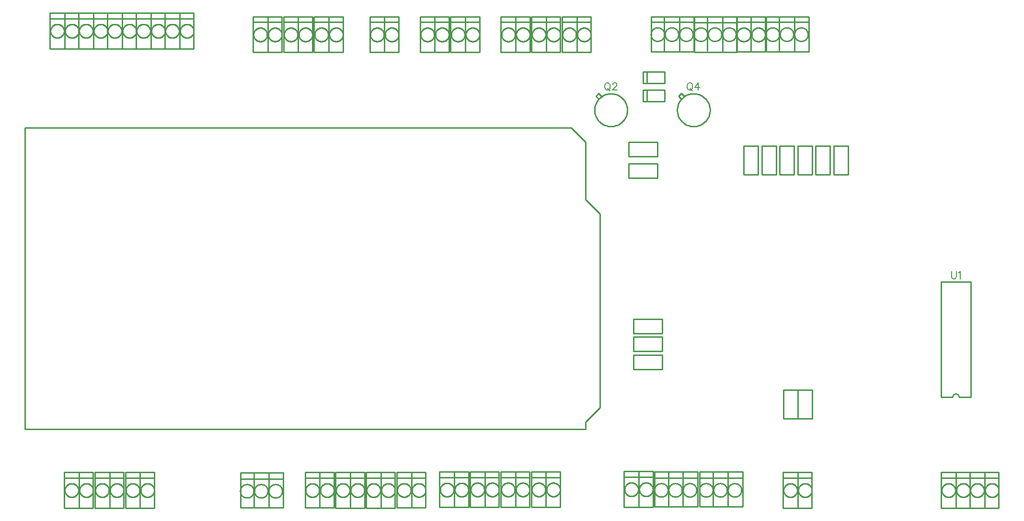
<source format=gbr>
G04 DipTrace 3.0.0.1*
G04 TopSilk.gbr*
%MOMM*%
G04 #@! TF.FileFunction,Legend,Top*
G04 #@! TF.Part,Single*
%ADD10C,0.25*%
%ADD57C,0.19608*%
%FSLAX35Y35*%
G04*
G71*
G90*
G75*
G01*
G04 TopSilk*
%LPD*%
X2407000Y9210000D2*
D10*
X2917000D1*
Y8580000D1*
X2407000D1*
Y9210000D1*
X2416996Y8889991D2*
X2417288Y8898361D1*
X2418164Y8906690D1*
X2419618Y8914937D1*
X2421645Y8923063D1*
X2424233Y8931028D1*
X2427371Y8938793D1*
X2431043Y8946320D1*
X2435231Y8953573D1*
X2439915Y8960516D1*
X2445071Y8967115D1*
X2450676Y8973339D1*
X2456701Y8979157D1*
X2463118Y8984540D1*
X2469894Y8989462D1*
X2476997Y8993900D1*
X2484393Y8997832D1*
X2492045Y9001238D1*
X2499916Y9004103D1*
X2507968Y9006411D1*
X2516161Y9008152D1*
X2524455Y9009318D1*
X2532811Y9009902D1*
X2541187D1*
X2549543Y9009318D1*
X2557837Y9008152D1*
X2566030Y9006411D1*
X2574082Y9004103D1*
X2581953Y9001238D1*
X2589605Y8997832D1*
X2597001Y8993900D1*
X2604104Y8989462D1*
X2610880Y8984540D1*
X2617297Y8979157D1*
X2623322Y8973339D1*
X2628927Y8967115D1*
X2634083Y8960516D1*
X2638767Y8953573D1*
X2642955Y8946320D1*
X2646627Y8938793D1*
X2649765Y8931028D1*
X2652353Y8923063D1*
X2654380Y8914937D1*
X2655834Y8906690D1*
X2656710Y8898361D1*
X2657002Y8889991D1*
X2656710Y8881622D1*
X2655834Y8873293D1*
X2654380Y8865046D1*
X2652353Y8856920D1*
X2649765Y8848955D1*
X2646627Y8841190D1*
X2642955Y8833663D1*
X2638767Y8826410D1*
X2634083Y8819467D1*
X2628927Y8812868D1*
X2623322Y8806644D1*
X2617297Y8800826D1*
X2610880Y8795443D1*
X2604104Y8790521D1*
X2597001Y8786083D1*
X2589605Y8782151D1*
X2581953Y8778745D1*
X2574082Y8775880D1*
X2566030Y8773572D1*
X2557837Y8771831D1*
X2549543Y8770665D1*
X2541187Y8770081D1*
X2532811D1*
X2524455Y8770665D1*
X2516161Y8771831D1*
X2507968Y8773572D1*
X2499916Y8775880D1*
X2492045Y8778745D1*
X2484393Y8782151D1*
X2476997Y8786083D1*
X2469894Y8790521D1*
X2463118Y8795443D1*
X2456701Y8800826D1*
X2450676Y8806644D1*
X2445071Y8812868D1*
X2439915Y8819467D1*
X2435231Y8826410D1*
X2431043Y8833663D1*
X2427371Y8841190D1*
X2424233Y8848955D1*
X2421645Y8856920D1*
X2419618Y8865046D1*
X2418164Y8873293D1*
X2417288Y8881622D1*
X2416996Y8889991D1*
X2676994D2*
X2677286Y8898361D1*
X2678162Y8906690D1*
X2679616Y8914937D1*
X2681643Y8923063D1*
X2684231Y8931028D1*
X2687369Y8938793D1*
X2691041Y8946320D1*
X2695229Y8953573D1*
X2699913Y8960516D1*
X2705069Y8967115D1*
X2710674Y8973339D1*
X2716699Y8979157D1*
X2723116Y8984540D1*
X2729892Y8989462D1*
X2736996Y8993900D1*
X2744391Y8997832D1*
X2752043Y9001238D1*
X2759914Y9004103D1*
X2767966Y9006411D1*
X2776159Y9008152D1*
X2784453Y9009318D1*
X2792809Y9009902D1*
X2801185D1*
X2809541Y9009318D1*
X2817835Y9008152D1*
X2826028Y9006411D1*
X2834080Y9004103D1*
X2841951Y9001238D1*
X2849603Y8997832D1*
X2856999Y8993900D1*
X2864102Y8989462D1*
X2870878Y8984540D1*
X2877295Y8979157D1*
X2883320Y8973339D1*
X2888925Y8967115D1*
X2894081Y8960516D1*
X2898765Y8953573D1*
X2902953Y8946320D1*
X2906625Y8938793D1*
X2909763Y8931028D1*
X2912351Y8923063D1*
X2914378Y8914937D1*
X2915832Y8906690D1*
X2916708Y8898361D1*
X2917000Y8889991D1*
X2916708Y8881622D1*
X2915832Y8873293D1*
X2914378Y8865046D1*
X2912351Y8856920D1*
X2909763Y8848955D1*
X2906625Y8841190D1*
X2902953Y8833663D1*
X2898765Y8826410D1*
X2894081Y8819467D1*
X2888925Y8812868D1*
X2883320Y8806644D1*
X2877295Y8800826D1*
X2870878Y8795443D1*
X2864102Y8790521D1*
X2856999Y8786083D1*
X2849603Y8782151D1*
X2841951Y8778745D1*
X2834080Y8775880D1*
X2826028Y8773572D1*
X2817835Y8771831D1*
X2809541Y8770665D1*
X2801185Y8770081D1*
X2792809D1*
X2784453Y8770665D1*
X2776159Y8771831D1*
X2767966Y8773572D1*
X2759914Y8775880D1*
X2752043Y8778745D1*
X2744391Y8782151D1*
X2736996Y8786083D1*
X2729892Y8790521D1*
X2723116Y8795443D1*
X2716699Y8800826D1*
X2710674Y8806644D1*
X2705069Y8812868D1*
X2699913Y8819467D1*
X2695229Y8826410D1*
X2691041Y8833663D1*
X2687369Y8841190D1*
X2684231Y8848955D1*
X2681643Y8856920D1*
X2679616Y8865046D1*
X2678162Y8873293D1*
X2677286Y8881622D1*
X2676994Y8889991D1*
X2666998Y9210000D2*
Y8580000D1*
X2416996Y9110019D2*
X2917000D1*
X2915000Y9210000D2*
X3425000D1*
Y8580000D1*
X2915000D1*
Y9210000D1*
X2924996Y8889991D2*
X2925288Y8898361D1*
X2926164Y8906690D1*
X2927618Y8914937D1*
X2929645Y8923063D1*
X2932233Y8931028D1*
X2935371Y8938793D1*
X2939043Y8946320D1*
X2943231Y8953573D1*
X2947915Y8960516D1*
X2953071Y8967115D1*
X2958676Y8973339D1*
X2964701Y8979157D1*
X2971118Y8984540D1*
X2977894Y8989462D1*
X2984997Y8993900D1*
X2992393Y8997832D1*
X3000045Y9001238D1*
X3007916Y9004103D1*
X3015968Y9006411D1*
X3024161Y9008152D1*
X3032455Y9009318D1*
X3040811Y9009902D1*
X3049187D1*
X3057543Y9009318D1*
X3065837Y9008152D1*
X3074030Y9006411D1*
X3082082Y9004103D1*
X3089953Y9001238D1*
X3097605Y8997832D1*
X3105001Y8993900D1*
X3112104Y8989462D1*
X3118880Y8984540D1*
X3125297Y8979157D1*
X3131322Y8973339D1*
X3136927Y8967115D1*
X3142083Y8960516D1*
X3146767Y8953573D1*
X3150955Y8946320D1*
X3154627Y8938793D1*
X3157765Y8931028D1*
X3160353Y8923063D1*
X3162380Y8914937D1*
X3163834Y8906690D1*
X3164710Y8898361D1*
X3165002Y8889991D1*
X3164710Y8881622D1*
X3163834Y8873293D1*
X3162380Y8865046D1*
X3160353Y8856920D1*
X3157765Y8848955D1*
X3154627Y8841190D1*
X3150955Y8833663D1*
X3146767Y8826410D1*
X3142083Y8819467D1*
X3136927Y8812868D1*
X3131322Y8806644D1*
X3125297Y8800826D1*
X3118880Y8795443D1*
X3112104Y8790521D1*
X3105001Y8786083D1*
X3097605Y8782151D1*
X3089953Y8778745D1*
X3082082Y8775880D1*
X3074030Y8773572D1*
X3065837Y8771831D1*
X3057543Y8770665D1*
X3049187Y8770081D1*
X3040811D1*
X3032455Y8770665D1*
X3024161Y8771831D1*
X3015968Y8773572D1*
X3007916Y8775880D1*
X3000045Y8778745D1*
X2992393Y8782151D1*
X2984997Y8786083D1*
X2977894Y8790521D1*
X2971118Y8795443D1*
X2964701Y8800826D1*
X2958676Y8806644D1*
X2953071Y8812868D1*
X2947915Y8819467D1*
X2943231Y8826410D1*
X2939043Y8833663D1*
X2935371Y8841190D1*
X2932233Y8848955D1*
X2929645Y8856920D1*
X2927618Y8865046D1*
X2926164Y8873293D1*
X2925288Y8881622D1*
X2924996Y8889991D1*
X3184994D2*
X3185286Y8898361D1*
X3186162Y8906690D1*
X3187616Y8914937D1*
X3189643Y8923063D1*
X3192231Y8931028D1*
X3195369Y8938793D1*
X3199041Y8946320D1*
X3203229Y8953573D1*
X3207913Y8960516D1*
X3213069Y8967115D1*
X3218674Y8973339D1*
X3224699Y8979157D1*
X3231116Y8984540D1*
X3237892Y8989462D1*
X3244996Y8993900D1*
X3252391Y8997832D1*
X3260043Y9001238D1*
X3267914Y9004103D1*
X3275966Y9006411D1*
X3284159Y9008152D1*
X3292453Y9009318D1*
X3300809Y9009902D1*
X3309185D1*
X3317541Y9009318D1*
X3325835Y9008152D1*
X3334028Y9006411D1*
X3342080Y9004103D1*
X3349951Y9001238D1*
X3357603Y8997832D1*
X3364999Y8993900D1*
X3372102Y8989462D1*
X3378878Y8984540D1*
X3385295Y8979157D1*
X3391320Y8973339D1*
X3396925Y8967115D1*
X3402081Y8960516D1*
X3406765Y8953573D1*
X3410953Y8946320D1*
X3414625Y8938793D1*
X3417763Y8931028D1*
X3420351Y8923063D1*
X3422378Y8914937D1*
X3423832Y8906690D1*
X3424708Y8898361D1*
X3425000Y8889991D1*
X3424708Y8881622D1*
X3423832Y8873293D1*
X3422378Y8865046D1*
X3420351Y8856920D1*
X3417763Y8848955D1*
X3414625Y8841190D1*
X3410953Y8833663D1*
X3406765Y8826410D1*
X3402081Y8819467D1*
X3396925Y8812868D1*
X3391320Y8806644D1*
X3385295Y8800826D1*
X3378878Y8795443D1*
X3372102Y8790521D1*
X3364999Y8786083D1*
X3357603Y8782151D1*
X3349951Y8778745D1*
X3342080Y8775880D1*
X3334028Y8773572D1*
X3325835Y8771831D1*
X3317541Y8770665D1*
X3309185Y8770081D1*
X3300809D1*
X3292453Y8770665D1*
X3284159Y8771831D1*
X3275966Y8773572D1*
X3267914Y8775880D1*
X3260043Y8778745D1*
X3252391Y8782151D1*
X3244996Y8786083D1*
X3237892Y8790521D1*
X3231116Y8795443D1*
X3224699Y8800826D1*
X3218674Y8806644D1*
X3213069Y8812868D1*
X3207913Y8819467D1*
X3203229Y8826410D1*
X3199041Y8833663D1*
X3195369Y8841190D1*
X3192231Y8848955D1*
X3189643Y8856920D1*
X3187616Y8865046D1*
X3186162Y8873293D1*
X3185286Y8881622D1*
X3184994Y8889991D1*
X3174998Y9210000D2*
Y8580000D1*
X2924996Y9110019D2*
X3425000D1*
X1899000Y9210000D2*
X2409000D1*
Y8580000D1*
X1899000D1*
Y9210000D1*
X1908996Y8889991D2*
X1909288Y8898361D1*
X1910164Y8906690D1*
X1911618Y8914937D1*
X1913645Y8923063D1*
X1916233Y8931028D1*
X1919371Y8938793D1*
X1923043Y8946320D1*
X1927231Y8953573D1*
X1931915Y8960516D1*
X1937071Y8967115D1*
X1942676Y8973339D1*
X1948701Y8979157D1*
X1955118Y8984540D1*
X1961894Y8989462D1*
X1968997Y8993900D1*
X1976393Y8997832D1*
X1984045Y9001238D1*
X1991916Y9004103D1*
X1999968Y9006411D1*
X2008161Y9008152D1*
X2016455Y9009318D1*
X2024811Y9009902D1*
X2033187D1*
X2041543Y9009318D1*
X2049837Y9008152D1*
X2058030Y9006411D1*
X2066082Y9004103D1*
X2073953Y9001238D1*
X2081605Y8997832D1*
X2089001Y8993900D1*
X2096104Y8989462D1*
X2102880Y8984540D1*
X2109297Y8979157D1*
X2115322Y8973339D1*
X2120927Y8967115D1*
X2126083Y8960516D1*
X2130767Y8953573D1*
X2134955Y8946320D1*
X2138627Y8938793D1*
X2141765Y8931028D1*
X2144353Y8923063D1*
X2146380Y8914937D1*
X2147834Y8906690D1*
X2148710Y8898361D1*
X2149002Y8889991D1*
X2148710Y8881622D1*
X2147834Y8873293D1*
X2146380Y8865046D1*
X2144353Y8856920D1*
X2141765Y8848955D1*
X2138627Y8841190D1*
X2134955Y8833663D1*
X2130767Y8826410D1*
X2126083Y8819467D1*
X2120927Y8812868D1*
X2115322Y8806644D1*
X2109297Y8800826D1*
X2102880Y8795443D1*
X2096104Y8790521D1*
X2089001Y8786083D1*
X2081605Y8782151D1*
X2073953Y8778745D1*
X2066082Y8775880D1*
X2058030Y8773572D1*
X2049837Y8771831D1*
X2041543Y8770665D1*
X2033187Y8770081D1*
X2024811D1*
X2016455Y8770665D1*
X2008161Y8771831D1*
X1999968Y8773572D1*
X1991916Y8775880D1*
X1984045Y8778745D1*
X1976393Y8782151D1*
X1968997Y8786083D1*
X1961894Y8790521D1*
X1955118Y8795443D1*
X1948701Y8800826D1*
X1942676Y8806644D1*
X1937071Y8812868D1*
X1931915Y8819467D1*
X1927231Y8826410D1*
X1923043Y8833663D1*
X1919371Y8841190D1*
X1916233Y8848955D1*
X1913645Y8856920D1*
X1911618Y8865046D1*
X1910164Y8873293D1*
X1909288Y8881622D1*
X1908996Y8889991D1*
X2168994D2*
X2169286Y8898361D1*
X2170162Y8906690D1*
X2171616Y8914937D1*
X2173643Y8923063D1*
X2176231Y8931028D1*
X2179369Y8938793D1*
X2183041Y8946320D1*
X2187229Y8953573D1*
X2191913Y8960516D1*
X2197069Y8967115D1*
X2202674Y8973339D1*
X2208699Y8979157D1*
X2215116Y8984540D1*
X2221892Y8989462D1*
X2228996Y8993900D1*
X2236391Y8997832D1*
X2244043Y9001238D1*
X2251914Y9004103D1*
X2259966Y9006411D1*
X2268159Y9008152D1*
X2276453Y9009318D1*
X2284809Y9009902D1*
X2293185D1*
X2301541Y9009318D1*
X2309835Y9008152D1*
X2318028Y9006411D1*
X2326080Y9004103D1*
X2333951Y9001238D1*
X2341603Y8997832D1*
X2348998Y8993900D1*
X2356102Y8989462D1*
X2362878Y8984540D1*
X2369295Y8979157D1*
X2375320Y8973339D1*
X2380925Y8967115D1*
X2386081Y8960516D1*
X2390765Y8953573D1*
X2394953Y8946320D1*
X2398625Y8938793D1*
X2401763Y8931028D1*
X2404351Y8923063D1*
X2406378Y8914937D1*
X2407832Y8906690D1*
X2408708Y8898361D1*
X2409000Y8889991D1*
X2408708Y8881622D1*
X2407832Y8873293D1*
X2406378Y8865046D1*
X2404351Y8856920D1*
X2401763Y8848955D1*
X2398625Y8841190D1*
X2394953Y8833663D1*
X2390765Y8826410D1*
X2386081Y8819467D1*
X2380925Y8812868D1*
X2375320Y8806644D1*
X2369295Y8800826D1*
X2362878Y8795443D1*
X2356102Y8790521D1*
X2348998Y8786083D1*
X2341603Y8782151D1*
X2333951Y8778745D1*
X2326080Y8775880D1*
X2318028Y8773572D1*
X2309835Y8771831D1*
X2301541Y8770665D1*
X2293185Y8770081D1*
X2284809D1*
X2276453Y8770665D1*
X2268159Y8771831D1*
X2259966Y8773572D1*
X2251914Y8775880D1*
X2244043Y8778745D1*
X2236391Y8782151D1*
X2228996Y8786083D1*
X2221892Y8790521D1*
X2215116Y8795443D1*
X2208699Y8800826D1*
X2202674Y8806644D1*
X2197069Y8812868D1*
X2191913Y8819467D1*
X2187229Y8826410D1*
X2183041Y8833663D1*
X2179369Y8841190D1*
X2176231Y8848955D1*
X2173643Y8856920D1*
X2171616Y8865046D1*
X2170162Y8873293D1*
X2169286Y8881622D1*
X2168994Y8889991D1*
X2158998Y9210000D2*
Y8580000D1*
X1908996Y9110019D2*
X2409000D1*
X7963250Y9146500D2*
X8473250D1*
Y8516500D1*
X7963250D1*
Y9146500D1*
X7973246Y8826492D2*
X7973538Y8834861D1*
X7974414Y8843190D1*
X7975868Y8851437D1*
X7977895Y8859563D1*
X7980483Y8867528D1*
X7983621Y8875293D1*
X7987293Y8882820D1*
X7991481Y8890073D1*
X7996165Y8897016D1*
X8001321Y8903615D1*
X8006926Y8909839D1*
X8012951Y8915657D1*
X8019368Y8921040D1*
X8026144Y8925962D1*
X8033247Y8930400D1*
X8040643Y8934332D1*
X8048295Y8937738D1*
X8056166Y8940603D1*
X8064218Y8942911D1*
X8072411Y8944652D1*
X8080705Y8945818D1*
X8089061Y8946402D1*
X8097437D1*
X8105793Y8945818D1*
X8114087Y8944652D1*
X8122280Y8942911D1*
X8130332Y8940603D1*
X8138203Y8937738D1*
X8145855Y8934332D1*
X8153251Y8930400D1*
X8160354Y8925962D1*
X8167130Y8921040D1*
X8173547Y8915657D1*
X8179572Y8909839D1*
X8185177Y8903615D1*
X8190333Y8897016D1*
X8195017Y8890073D1*
X8199205Y8882820D1*
X8202877Y8875293D1*
X8206015Y8867528D1*
X8208603Y8859563D1*
X8210630Y8851437D1*
X8212084Y8843190D1*
X8212960Y8834861D1*
X8213252Y8826492D1*
X8212960Y8818122D1*
X8212084Y8809793D1*
X8210630Y8801546D1*
X8208603Y8793420D1*
X8206015Y8785455D1*
X8202877Y8777690D1*
X8199205Y8770163D1*
X8195017Y8762910D1*
X8190333Y8755967D1*
X8185177Y8749368D1*
X8179572Y8743144D1*
X8173547Y8737326D1*
X8167130Y8731943D1*
X8160354Y8727021D1*
X8153251Y8722583D1*
X8145855Y8718651D1*
X8138203Y8715245D1*
X8130332Y8712380D1*
X8122280Y8710072D1*
X8114087Y8708331D1*
X8105793Y8707165D1*
X8097437Y8706581D1*
X8089061D1*
X8080705Y8707165D1*
X8072411Y8708331D1*
X8064218Y8710072D1*
X8056166Y8712380D1*
X8048295Y8715245D1*
X8040643Y8718651D1*
X8033247Y8722583D1*
X8026144Y8727021D1*
X8019368Y8731943D1*
X8012951Y8737326D1*
X8006926Y8743144D1*
X8001321Y8749368D1*
X7996165Y8755967D1*
X7991481Y8762910D1*
X7987293Y8770163D1*
X7983621Y8777690D1*
X7980483Y8785455D1*
X7977895Y8793420D1*
X7975868Y8801546D1*
X7974414Y8809793D1*
X7973538Y8818122D1*
X7973246Y8826492D1*
X8233244D2*
X8233536Y8834861D1*
X8234412Y8843190D1*
X8235866Y8851437D1*
X8237893Y8859563D1*
X8240481Y8867528D1*
X8243619Y8875293D1*
X8247291Y8882820D1*
X8251479Y8890073D1*
X8256163Y8897016D1*
X8261319Y8903615D1*
X8266924Y8909839D1*
X8272949Y8915657D1*
X8279366Y8921040D1*
X8286142Y8925962D1*
X8293246Y8930400D1*
X8300641Y8934332D1*
X8308293Y8937738D1*
X8316164Y8940603D1*
X8324216Y8942911D1*
X8332409Y8944652D1*
X8340703Y8945818D1*
X8349059Y8946402D1*
X8357435D1*
X8365791Y8945818D1*
X8374085Y8944652D1*
X8382278Y8942911D1*
X8390330Y8940603D1*
X8398201Y8937738D1*
X8405853Y8934332D1*
X8413249Y8930400D1*
X8420352Y8925962D1*
X8427128Y8921040D1*
X8433545Y8915657D1*
X8439570Y8909839D1*
X8445175Y8903615D1*
X8450331Y8897016D1*
X8455015Y8890073D1*
X8459203Y8882820D1*
X8462875Y8875293D1*
X8466013Y8867528D1*
X8468601Y8859563D1*
X8470628Y8851437D1*
X8472082Y8843190D1*
X8472958Y8834861D1*
X8473250Y8826492D1*
X8472958Y8818122D1*
X8472082Y8809793D1*
X8470628Y8801546D1*
X8468601Y8793420D1*
X8466013Y8785455D1*
X8462875Y8777690D1*
X8459203Y8770163D1*
X8455015Y8762910D1*
X8450331Y8755967D1*
X8445175Y8749368D1*
X8439570Y8743144D1*
X8433545Y8737326D1*
X8427128Y8731943D1*
X8420352Y8727021D1*
X8413249Y8722583D1*
X8405853Y8718651D1*
X8398201Y8715245D1*
X8390330Y8712380D1*
X8382278Y8710072D1*
X8374085Y8708331D1*
X8365791Y8707165D1*
X8357435Y8706581D1*
X8349059D1*
X8340703Y8707165D1*
X8332409Y8708331D1*
X8324216Y8710072D1*
X8316164Y8712380D1*
X8308293Y8715245D1*
X8300641Y8718651D1*
X8293246Y8722583D1*
X8286142Y8727021D1*
X8279366Y8731943D1*
X8272949Y8737326D1*
X8266924Y8743144D1*
X8261319Y8749368D1*
X8256163Y8755967D1*
X8251479Y8762910D1*
X8247291Y8770163D1*
X8243619Y8777690D1*
X8240481Y8785455D1*
X8237893Y8793420D1*
X8235866Y8801546D1*
X8234412Y8809793D1*
X8233536Y8818122D1*
X8233244Y8826492D1*
X8223248Y9146500D2*
Y8516500D1*
X7973246Y9046519D2*
X8473250D1*
X11027123Y1097873D2*
X11537123D1*
Y467873D1*
X11027123D1*
Y1097873D1*
X11037119Y777865D2*
X11037412Y786234D1*
X11038287Y794563D1*
X11039742Y802811D1*
X11041768Y810937D1*
X11044356Y818902D1*
X11047494Y826667D1*
X11051166Y834194D1*
X11055354Y841446D1*
X11060038Y848389D1*
X11065195Y854989D1*
X11070799Y861212D1*
X11076825Y867030D1*
X11083241Y872413D1*
X11090018Y877336D1*
X11097121Y881774D1*
X11104516Y885705D1*
X11112168Y889112D1*
X11120039Y891976D1*
X11128091Y894284D1*
X11136284Y896026D1*
X11144579Y897191D1*
X11152934Y897775D1*
X11161310D1*
X11169666Y897191D1*
X11177961Y896026D1*
X11186154Y894284D1*
X11194205Y891976D1*
X11202076Y889112D1*
X11209728Y885705D1*
X11217124Y881774D1*
X11224227Y877336D1*
X11231004Y872413D1*
X11237420Y867030D1*
X11243445Y861212D1*
X11249050Y854989D1*
X11254207Y848389D1*
X11258891Y841446D1*
X11263079Y834194D1*
X11266751Y826667D1*
X11269888Y818902D1*
X11272477Y810937D1*
X11274503Y802811D1*
X11275957Y794563D1*
X11276833Y786234D1*
X11277125Y777865D1*
X11276833Y769495D1*
X11275957Y761166D1*
X11274503Y752919D1*
X11272477Y744793D1*
X11269888Y736828D1*
X11266751Y729063D1*
X11263079Y721536D1*
X11258891Y714283D1*
X11254207Y707340D1*
X11249050Y700741D1*
X11243445Y694517D1*
X11237420Y688700D1*
X11231004Y683317D1*
X11224227Y678394D1*
X11217124Y673956D1*
X11209728Y670024D1*
X11202076Y666618D1*
X11194205Y663754D1*
X11186154Y661445D1*
X11177961Y659704D1*
X11169666Y658539D1*
X11161310Y657954D1*
X11152934D1*
X11144579Y658539D1*
X11136284Y659704D1*
X11128091Y661445D1*
X11120039Y663754D1*
X11112168Y666618D1*
X11104516Y670024D1*
X11097121Y673956D1*
X11090018Y678394D1*
X11083241Y683317D1*
X11076825Y688700D1*
X11070799Y694517D1*
X11065195Y700741D1*
X11060038Y707340D1*
X11055354Y714283D1*
X11051166Y721536D1*
X11047494Y729063D1*
X11044356Y736828D1*
X11041768Y744793D1*
X11039742Y752919D1*
X11038287Y761166D1*
X11037412Y769495D1*
X11037119Y777865D1*
X11297117D2*
X11297410Y786234D1*
X11298285Y794563D1*
X11299740Y802811D1*
X11301766Y810937D1*
X11304354Y818902D1*
X11307492Y826667D1*
X11311164Y834194D1*
X11315352Y841446D1*
X11320036Y848389D1*
X11325193Y854989D1*
X11330797Y861212D1*
X11336823Y867030D1*
X11343239Y872413D1*
X11350016Y877336D1*
X11357119Y881774D1*
X11364514Y885705D1*
X11372166Y889112D1*
X11380037Y891976D1*
X11388089Y894284D1*
X11396282Y896026D1*
X11404577Y897191D1*
X11412932Y897775D1*
X11421308D1*
X11429664Y897191D1*
X11437959Y896026D1*
X11446152Y894284D1*
X11454203Y891976D1*
X11462074Y889112D1*
X11469726Y885705D1*
X11477122Y881774D1*
X11484225Y877336D1*
X11491002Y872413D1*
X11497418Y867030D1*
X11503443Y861212D1*
X11509048Y854989D1*
X11514205Y848389D1*
X11518889Y841446D1*
X11523077Y834194D1*
X11526749Y826667D1*
X11529886Y818902D1*
X11532475Y810937D1*
X11534501Y802811D1*
X11535955Y794563D1*
X11536831Y786234D1*
X11537123Y777865D1*
X11536831Y769495D1*
X11535955Y761166D1*
X11534501Y752919D1*
X11532475Y744793D1*
X11529886Y736828D1*
X11526749Y729063D1*
X11523077Y721536D1*
X11518889Y714283D1*
X11514205Y707340D1*
X11509048Y700741D1*
X11503443Y694517D1*
X11497418Y688700D1*
X11491002Y683317D1*
X11484225Y678394D1*
X11477122Y673956D1*
X11469726Y670024D1*
X11462074Y666618D1*
X11454203Y663754D1*
X11446152Y661445D1*
X11437959Y659704D1*
X11429664Y658539D1*
X11421308Y657954D1*
X11412932D1*
X11404577Y658539D1*
X11396282Y659704D1*
X11388089Y661445D1*
X11380037Y663754D1*
X11372166Y666618D1*
X11364514Y670024D1*
X11357119Y673956D1*
X11350016Y678394D1*
X11343239Y683317D1*
X11336823Y688700D1*
X11330797Y694517D1*
X11325193Y700741D1*
X11320036Y707340D1*
X11315352Y714283D1*
X11311164Y721536D1*
X11307492Y729063D1*
X11304354Y736828D1*
X11301766Y744793D1*
X11299740Y752919D1*
X11298285Y761166D1*
X11297410Y769495D1*
X11297117Y777865D1*
X11287121Y1097873D2*
Y467873D1*
X11037119Y997892D2*
X11537123D1*
X11568000Y1092000D2*
X12328000D1*
Y472000D1*
X11568000D1*
Y1092000D1*
X12068004D2*
Y472000D1*
X11568000Y762005D2*
G02X11568000Y762005I120004J0D01*
G01*
X11808008Y1092000D2*
Y481982D1*
X11568000Y982012D2*
X12328000D1*
X11817964Y762005D2*
G02X11817964Y762005I120004J0D01*
G01*
X12073020D2*
G02X12073020Y762005I120004J0D01*
G01*
X8852250Y9146500D2*
X9362250D1*
Y8516500D1*
X8852250D1*
Y9146500D1*
X8862246Y8826492D2*
X8862538Y8834861D1*
X8863414Y8843190D1*
X8864868Y8851437D1*
X8866895Y8859563D1*
X8869483Y8867528D1*
X8872621Y8875293D1*
X8876293Y8882820D1*
X8880481Y8890073D1*
X8885165Y8897016D1*
X8890321Y8903615D1*
X8895926Y8909839D1*
X8901951Y8915657D1*
X8908368Y8921040D1*
X8915144Y8925962D1*
X8922248Y8930400D1*
X8929643Y8934332D1*
X8937295Y8937738D1*
X8945166Y8940603D1*
X8953218Y8942911D1*
X8961411Y8944652D1*
X8969705Y8945818D1*
X8978061Y8946402D1*
X8986437D1*
X8994793Y8945818D1*
X9003087Y8944652D1*
X9011280Y8942911D1*
X9019332Y8940603D1*
X9027203Y8937738D1*
X9034855Y8934332D1*
X9042251Y8930400D1*
X9049354Y8925962D1*
X9056130Y8921040D1*
X9062547Y8915657D1*
X9068572Y8909839D1*
X9074177Y8903615D1*
X9079333Y8897016D1*
X9084017Y8890073D1*
X9088205Y8882820D1*
X9091877Y8875293D1*
X9095015Y8867528D1*
X9097603Y8859563D1*
X9099630Y8851437D1*
X9101084Y8843190D1*
X9101960Y8834861D1*
X9102252Y8826492D1*
X9101960Y8818122D1*
X9101084Y8809793D1*
X9099630Y8801546D1*
X9097603Y8793420D1*
X9095015Y8785455D1*
X9091877Y8777690D1*
X9088205Y8770163D1*
X9084017Y8762910D1*
X9079333Y8755967D1*
X9074177Y8749368D1*
X9068572Y8743144D1*
X9062547Y8737326D1*
X9056130Y8731943D1*
X9049354Y8727021D1*
X9042251Y8722583D1*
X9034855Y8718651D1*
X9027203Y8715245D1*
X9019332Y8712380D1*
X9011280Y8710072D1*
X9003087Y8708331D1*
X8994793Y8707165D1*
X8986437Y8706581D1*
X8978061D1*
X8969705Y8707165D1*
X8961411Y8708331D1*
X8953218Y8710072D1*
X8945166Y8712380D1*
X8937295Y8715245D1*
X8929643Y8718651D1*
X8922248Y8722583D1*
X8915144Y8727021D1*
X8908368Y8731943D1*
X8901951Y8737326D1*
X8895926Y8743144D1*
X8890321Y8749368D1*
X8885165Y8755967D1*
X8880481Y8762910D1*
X8876293Y8770163D1*
X8872621Y8777690D1*
X8869483Y8785455D1*
X8866895Y8793420D1*
X8864868Y8801546D1*
X8863414Y8809793D1*
X8862538Y8818122D1*
X8862246Y8826492D1*
X9122244D2*
X9122536Y8834861D1*
X9123412Y8843190D1*
X9124866Y8851437D1*
X9126893Y8859563D1*
X9129481Y8867528D1*
X9132619Y8875293D1*
X9136291Y8882820D1*
X9140479Y8890073D1*
X9145163Y8897016D1*
X9150319Y8903615D1*
X9155924Y8909839D1*
X9161949Y8915657D1*
X9168366Y8921040D1*
X9175142Y8925962D1*
X9182246Y8930400D1*
X9189641Y8934332D1*
X9197293Y8937738D1*
X9205164Y8940603D1*
X9213216Y8942911D1*
X9221409Y8944652D1*
X9229703Y8945818D1*
X9238059Y8946402D1*
X9246435D1*
X9254791Y8945818D1*
X9263085Y8944652D1*
X9271278Y8942911D1*
X9279330Y8940603D1*
X9287201Y8937738D1*
X9294853Y8934332D1*
X9302249Y8930400D1*
X9309352Y8925962D1*
X9316128Y8921040D1*
X9322545Y8915657D1*
X9328570Y8909839D1*
X9334175Y8903615D1*
X9339331Y8897016D1*
X9344015Y8890073D1*
X9348203Y8882820D1*
X9351875Y8875293D1*
X9355013Y8867528D1*
X9357601Y8859563D1*
X9359628Y8851437D1*
X9361082Y8843190D1*
X9361958Y8834861D1*
X9362250Y8826492D1*
X9361958Y8818122D1*
X9361082Y8809793D1*
X9359628Y8801546D1*
X9357601Y8793420D1*
X9355013Y8785455D1*
X9351875Y8777690D1*
X9348203Y8770163D1*
X9344015Y8762910D1*
X9339331Y8755967D1*
X9334175Y8749368D1*
X9328570Y8743144D1*
X9322545Y8737326D1*
X9316128Y8731943D1*
X9309352Y8727021D1*
X9302249Y8722583D1*
X9294853Y8718651D1*
X9287201Y8715245D1*
X9279330Y8712380D1*
X9271278Y8710072D1*
X9263085Y8708331D1*
X9254791Y8707165D1*
X9246435Y8706581D1*
X9238059D1*
X9229703Y8707165D1*
X9221409Y8708331D1*
X9213216Y8710072D1*
X9205164Y8712380D1*
X9197293Y8715245D1*
X9189641Y8718651D1*
X9182246Y8722583D1*
X9175142Y8727021D1*
X9168366Y8731943D1*
X9161949Y8737326D1*
X9155924Y8743144D1*
X9150319Y8749368D1*
X9145163Y8755967D1*
X9140479Y8762910D1*
X9136291Y8770163D1*
X9132619Y8777690D1*
X9129481Y8785455D1*
X9126893Y8793420D1*
X9124866Y8801546D1*
X9123412Y8809793D1*
X9122536Y8818122D1*
X9122244Y8826492D1*
X9112248Y9146500D2*
Y8516500D1*
X8862246Y9046519D2*
X9362250D1*
X7423500Y9146500D2*
X7933500D1*
Y8516500D1*
X7423500D1*
Y9146500D1*
X7433496Y8826492D2*
X7433788Y8834861D1*
X7434664Y8843190D1*
X7436118Y8851437D1*
X7438145Y8859563D1*
X7440733Y8867528D1*
X7443871Y8875293D1*
X7447543Y8882820D1*
X7451731Y8890073D1*
X7456415Y8897016D1*
X7461571Y8903615D1*
X7467176Y8909839D1*
X7473201Y8915657D1*
X7479618Y8921040D1*
X7486394Y8925962D1*
X7493497Y8930400D1*
X7500893Y8934332D1*
X7508545Y8937738D1*
X7516416Y8940603D1*
X7524468Y8942911D1*
X7532661Y8944652D1*
X7540955Y8945818D1*
X7549311Y8946402D1*
X7557687D1*
X7566043Y8945818D1*
X7574337Y8944652D1*
X7582530Y8942911D1*
X7590582Y8940603D1*
X7598453Y8937738D1*
X7606105Y8934332D1*
X7613501Y8930400D1*
X7620604Y8925962D1*
X7627380Y8921040D1*
X7633797Y8915657D1*
X7639822Y8909839D1*
X7645427Y8903615D1*
X7650583Y8897016D1*
X7655267Y8890073D1*
X7659455Y8882820D1*
X7663127Y8875293D1*
X7666265Y8867528D1*
X7668853Y8859563D1*
X7670880Y8851437D1*
X7672334Y8843190D1*
X7673210Y8834861D1*
X7673502Y8826492D1*
X7673210Y8818122D1*
X7672334Y8809793D1*
X7670880Y8801546D1*
X7668853Y8793420D1*
X7666265Y8785455D1*
X7663127Y8777690D1*
X7659455Y8770163D1*
X7655267Y8762910D1*
X7650583Y8755967D1*
X7645427Y8749368D1*
X7639822Y8743144D1*
X7633797Y8737326D1*
X7627380Y8731943D1*
X7620604Y8727021D1*
X7613501Y8722583D1*
X7606105Y8718651D1*
X7598453Y8715245D1*
X7590582Y8712380D1*
X7582530Y8710072D1*
X7574337Y8708331D1*
X7566043Y8707165D1*
X7557687Y8706581D1*
X7549311D1*
X7540955Y8707165D1*
X7532661Y8708331D1*
X7524468Y8710072D1*
X7516416Y8712380D1*
X7508545Y8715245D1*
X7500893Y8718651D1*
X7493497Y8722583D1*
X7486394Y8727021D1*
X7479618Y8731943D1*
X7473201Y8737326D1*
X7467176Y8743144D1*
X7461571Y8749368D1*
X7456415Y8755967D1*
X7451731Y8762910D1*
X7447543Y8770163D1*
X7443871Y8777690D1*
X7440733Y8785455D1*
X7438145Y8793420D1*
X7436118Y8801546D1*
X7434664Y8809793D1*
X7433788Y8818122D1*
X7433496Y8826492D1*
X7693494D2*
X7693786Y8834861D1*
X7694662Y8843190D1*
X7696116Y8851437D1*
X7698143Y8859563D1*
X7700731Y8867528D1*
X7703869Y8875293D1*
X7707541Y8882820D1*
X7711729Y8890073D1*
X7716413Y8897016D1*
X7721569Y8903615D1*
X7727174Y8909839D1*
X7733199Y8915657D1*
X7739616Y8921040D1*
X7746392Y8925962D1*
X7753496Y8930400D1*
X7760891Y8934332D1*
X7768543Y8937738D1*
X7776414Y8940603D1*
X7784466Y8942911D1*
X7792659Y8944652D1*
X7800953Y8945818D1*
X7809309Y8946402D1*
X7817685D1*
X7826041Y8945818D1*
X7834335Y8944652D1*
X7842528Y8942911D1*
X7850580Y8940603D1*
X7858451Y8937738D1*
X7866103Y8934332D1*
X7873499Y8930400D1*
X7880602Y8925962D1*
X7887378Y8921040D1*
X7893795Y8915657D1*
X7899820Y8909839D1*
X7905425Y8903615D1*
X7910581Y8897016D1*
X7915265Y8890073D1*
X7919453Y8882820D1*
X7923125Y8875293D1*
X7926263Y8867528D1*
X7928851Y8859563D1*
X7930878Y8851437D1*
X7932332Y8843190D1*
X7933208Y8834861D1*
X7933500Y8826492D1*
X7933208Y8818122D1*
X7932332Y8809793D1*
X7930878Y8801546D1*
X7928851Y8793420D1*
X7926263Y8785455D1*
X7923125Y8777690D1*
X7919453Y8770163D1*
X7915265Y8762910D1*
X7910581Y8755967D1*
X7905425Y8749368D1*
X7899820Y8743144D1*
X7893795Y8737326D1*
X7887378Y8731943D1*
X7880602Y8727021D1*
X7873499Y8722583D1*
X7866103Y8718651D1*
X7858451Y8715245D1*
X7850580Y8712380D1*
X7842528Y8710072D1*
X7834335Y8708331D1*
X7826041Y8707165D1*
X7817685Y8706581D1*
X7809309D1*
X7800953Y8707165D1*
X7792659Y8708331D1*
X7784466Y8710072D1*
X7776414Y8712380D1*
X7768543Y8715245D1*
X7760891Y8718651D1*
X7753496Y8722583D1*
X7746392Y8727021D1*
X7739616Y8731943D1*
X7733199Y8737326D1*
X7727174Y8743144D1*
X7721569Y8749368D1*
X7716413Y8755967D1*
X7711729Y8762910D1*
X7707541Y8770163D1*
X7703869Y8777690D1*
X7700731Y8785455D1*
X7698143Y8793420D1*
X7696116Y8801546D1*
X7694662Y8809793D1*
X7693786Y8818122D1*
X7693494Y8826492D1*
X7683498Y9146500D2*
Y8516500D1*
X7433496Y9046519D2*
X7933500D1*
X6534500Y9146500D2*
X7044500D1*
Y8516500D1*
X6534500D1*
Y9146500D1*
X6544496Y8826492D2*
X6544788Y8834861D1*
X6545664Y8843190D1*
X6547118Y8851437D1*
X6549145Y8859563D1*
X6551733Y8867528D1*
X6554871Y8875293D1*
X6558543Y8882820D1*
X6562731Y8890073D1*
X6567415Y8897016D1*
X6572571Y8903615D1*
X6578176Y8909839D1*
X6584201Y8915657D1*
X6590618Y8921040D1*
X6597394Y8925962D1*
X6604497Y8930400D1*
X6611893Y8934332D1*
X6619545Y8937738D1*
X6627416Y8940603D1*
X6635468Y8942911D1*
X6643661Y8944652D1*
X6651955Y8945818D1*
X6660311Y8946402D1*
X6668687D1*
X6677043Y8945818D1*
X6685337Y8944652D1*
X6693530Y8942911D1*
X6701582Y8940603D1*
X6709453Y8937738D1*
X6717105Y8934332D1*
X6724501Y8930400D1*
X6731604Y8925962D1*
X6738380Y8921040D1*
X6744797Y8915657D1*
X6750822Y8909839D1*
X6756427Y8903615D1*
X6761583Y8897016D1*
X6766267Y8890073D1*
X6770455Y8882820D1*
X6774127Y8875293D1*
X6777265Y8867528D1*
X6779853Y8859563D1*
X6781880Y8851437D1*
X6783334Y8843190D1*
X6784210Y8834861D1*
X6784502Y8826492D1*
X6784210Y8818122D1*
X6783334Y8809793D1*
X6781880Y8801546D1*
X6779853Y8793420D1*
X6777265Y8785455D1*
X6774127Y8777690D1*
X6770455Y8770163D1*
X6766267Y8762910D1*
X6761583Y8755967D1*
X6756427Y8749368D1*
X6750822Y8743144D1*
X6744797Y8737326D1*
X6738380Y8731943D1*
X6731604Y8727021D1*
X6724501Y8722583D1*
X6717105Y8718651D1*
X6709453Y8715245D1*
X6701582Y8712380D1*
X6693530Y8710072D1*
X6685337Y8708331D1*
X6677043Y8707165D1*
X6668687Y8706581D1*
X6660311D1*
X6651955Y8707165D1*
X6643661Y8708331D1*
X6635468Y8710072D1*
X6627416Y8712380D1*
X6619545Y8715245D1*
X6611893Y8718651D1*
X6604497Y8722583D1*
X6597394Y8727021D1*
X6590618Y8731943D1*
X6584201Y8737326D1*
X6578176Y8743144D1*
X6572571Y8749368D1*
X6567415Y8755967D1*
X6562731Y8762910D1*
X6558543Y8770163D1*
X6554871Y8777690D1*
X6551733Y8785455D1*
X6549145Y8793420D1*
X6547118Y8801546D1*
X6545664Y8809793D1*
X6544788Y8818122D1*
X6544496Y8826492D1*
X6804494D2*
X6804786Y8834861D1*
X6805662Y8843190D1*
X6807116Y8851437D1*
X6809143Y8859563D1*
X6811731Y8867528D1*
X6814869Y8875293D1*
X6818541Y8882820D1*
X6822729Y8890073D1*
X6827413Y8897016D1*
X6832569Y8903615D1*
X6838174Y8909839D1*
X6844199Y8915657D1*
X6850616Y8921040D1*
X6857392Y8925962D1*
X6864496Y8930400D1*
X6871891Y8934332D1*
X6879543Y8937738D1*
X6887414Y8940603D1*
X6895466Y8942911D1*
X6903659Y8944652D1*
X6911953Y8945818D1*
X6920309Y8946402D1*
X6928685D1*
X6937041Y8945818D1*
X6945335Y8944652D1*
X6953528Y8942911D1*
X6961580Y8940603D1*
X6969451Y8937738D1*
X6977103Y8934332D1*
X6984499Y8930400D1*
X6991602Y8925962D1*
X6998378Y8921040D1*
X7004795Y8915657D1*
X7010820Y8909839D1*
X7016425Y8903615D1*
X7021581Y8897016D1*
X7026265Y8890073D1*
X7030453Y8882820D1*
X7034125Y8875293D1*
X7037263Y8867528D1*
X7039851Y8859563D1*
X7041878Y8851437D1*
X7043332Y8843190D1*
X7044208Y8834861D1*
X7044500Y8826492D1*
X7044208Y8818122D1*
X7043332Y8809793D1*
X7041878Y8801546D1*
X7039851Y8793420D1*
X7037263Y8785455D1*
X7034125Y8777690D1*
X7030453Y8770163D1*
X7026265Y8762910D1*
X7021581Y8755967D1*
X7016425Y8749368D1*
X7010820Y8743144D1*
X7004795Y8737326D1*
X6998378Y8731943D1*
X6991602Y8727021D1*
X6984499Y8722583D1*
X6977103Y8718651D1*
X6969451Y8715245D1*
X6961580Y8712380D1*
X6953528Y8710072D1*
X6945335Y8708331D1*
X6937041Y8707165D1*
X6928685Y8706581D1*
X6920309D1*
X6911953Y8707165D1*
X6903659Y8708331D1*
X6895466Y8710072D1*
X6887414Y8712380D1*
X6879543Y8715245D1*
X6871891Y8718651D1*
X6864496Y8722583D1*
X6857392Y8727021D1*
X6850616Y8731943D1*
X6844199Y8737326D1*
X6838174Y8743144D1*
X6832569Y8749368D1*
X6827413Y8755967D1*
X6822729Y8762910D1*
X6818541Y8770163D1*
X6814869Y8777690D1*
X6811731Y8785455D1*
X6809143Y8793420D1*
X6807116Y8801546D1*
X6805662Y8809793D1*
X6804786Y8818122D1*
X6804494Y8826492D1*
X6794498Y9146500D2*
Y8516500D1*
X6544496Y9046519D2*
X7044500D1*
X5550250Y9146500D2*
X6060250D1*
Y8516500D1*
X5550250D1*
Y9146500D1*
X5560246Y8826492D2*
X5560538Y8834861D1*
X5561414Y8843190D1*
X5562868Y8851437D1*
X5564895Y8859563D1*
X5567483Y8867528D1*
X5570621Y8875293D1*
X5574293Y8882820D1*
X5578481Y8890073D1*
X5583165Y8897016D1*
X5588321Y8903615D1*
X5593926Y8909839D1*
X5599951Y8915657D1*
X5606368Y8921040D1*
X5613144Y8925962D1*
X5620247Y8930400D1*
X5627643Y8934332D1*
X5635295Y8937738D1*
X5643166Y8940603D1*
X5651218Y8942911D1*
X5659411Y8944652D1*
X5667705Y8945818D1*
X5676061Y8946402D1*
X5684437D1*
X5692793Y8945818D1*
X5701087Y8944652D1*
X5709280Y8942911D1*
X5717332Y8940603D1*
X5725203Y8937738D1*
X5732855Y8934332D1*
X5740251Y8930400D1*
X5747354Y8925962D1*
X5754130Y8921040D1*
X5760547Y8915657D1*
X5766572Y8909839D1*
X5772177Y8903615D1*
X5777333Y8897016D1*
X5782017Y8890073D1*
X5786205Y8882820D1*
X5789877Y8875293D1*
X5793015Y8867528D1*
X5795603Y8859563D1*
X5797630Y8851437D1*
X5799084Y8843190D1*
X5799960Y8834861D1*
X5800252Y8826492D1*
X5799960Y8818122D1*
X5799084Y8809793D1*
X5797630Y8801546D1*
X5795603Y8793420D1*
X5793015Y8785455D1*
X5789877Y8777690D1*
X5786205Y8770163D1*
X5782017Y8762910D1*
X5777333Y8755967D1*
X5772177Y8749368D1*
X5766572Y8743144D1*
X5760547Y8737326D1*
X5754130Y8731943D1*
X5747354Y8727021D1*
X5740251Y8722583D1*
X5732855Y8718651D1*
X5725203Y8715245D1*
X5717332Y8712380D1*
X5709280Y8710072D1*
X5701087Y8708331D1*
X5692793Y8707165D1*
X5684437Y8706581D1*
X5676061D1*
X5667705Y8707165D1*
X5659411Y8708331D1*
X5651218Y8710072D1*
X5643166Y8712380D1*
X5635295Y8715245D1*
X5627643Y8718651D1*
X5620247Y8722583D1*
X5613144Y8727021D1*
X5606368Y8731943D1*
X5599951Y8737326D1*
X5593926Y8743144D1*
X5588321Y8749368D1*
X5583165Y8755967D1*
X5578481Y8762910D1*
X5574293Y8770163D1*
X5570621Y8777690D1*
X5567483Y8785455D1*
X5564895Y8793420D1*
X5562868Y8801546D1*
X5561414Y8809793D1*
X5560538Y8818122D1*
X5560246Y8826492D1*
X5820244D2*
X5820536Y8834861D1*
X5821412Y8843190D1*
X5822866Y8851437D1*
X5824893Y8859563D1*
X5827481Y8867528D1*
X5830619Y8875293D1*
X5834291Y8882820D1*
X5838479Y8890073D1*
X5843163Y8897016D1*
X5848319Y8903615D1*
X5853924Y8909839D1*
X5859949Y8915657D1*
X5866366Y8921040D1*
X5873142Y8925962D1*
X5880246Y8930400D1*
X5887641Y8934332D1*
X5895293Y8937738D1*
X5903164Y8940603D1*
X5911216Y8942911D1*
X5919409Y8944652D1*
X5927703Y8945818D1*
X5936059Y8946402D1*
X5944435D1*
X5952791Y8945818D1*
X5961085Y8944652D1*
X5969278Y8942911D1*
X5977330Y8940603D1*
X5985201Y8937738D1*
X5992853Y8934332D1*
X6000249Y8930400D1*
X6007352Y8925962D1*
X6014128Y8921040D1*
X6020545Y8915657D1*
X6026570Y8909839D1*
X6032175Y8903615D1*
X6037331Y8897016D1*
X6042015Y8890073D1*
X6046203Y8882820D1*
X6049875Y8875293D1*
X6053013Y8867528D1*
X6055601Y8859563D1*
X6057628Y8851437D1*
X6059082Y8843190D1*
X6059958Y8834861D1*
X6060250Y8826492D1*
X6059958Y8818122D1*
X6059082Y8809793D1*
X6057628Y8801546D1*
X6055601Y8793420D1*
X6053013Y8785455D1*
X6049875Y8777690D1*
X6046203Y8770163D1*
X6042015Y8762910D1*
X6037331Y8755967D1*
X6032175Y8749368D1*
X6026570Y8743144D1*
X6020545Y8737326D1*
X6014128Y8731943D1*
X6007352Y8727021D1*
X6000249Y8722583D1*
X5992853Y8718651D1*
X5985201Y8715245D1*
X5977330Y8712380D1*
X5969278Y8710072D1*
X5961085Y8708331D1*
X5952791Y8707165D1*
X5944435Y8706581D1*
X5936059D1*
X5927703Y8707165D1*
X5919409Y8708331D1*
X5911216Y8710072D1*
X5903164Y8712380D1*
X5895293Y8715245D1*
X5887641Y8718651D1*
X5880246Y8722583D1*
X5873142Y8727021D1*
X5866366Y8731943D1*
X5859949Y8737326D1*
X5853924Y8743144D1*
X5848319Y8749368D1*
X5843163Y8755967D1*
X5838479Y8762910D1*
X5834291Y8770163D1*
X5830619Y8777690D1*
X5827481Y8785455D1*
X5824893Y8793420D1*
X5822866Y8801546D1*
X5821412Y8809793D1*
X5820536Y8818122D1*
X5820244Y8826492D1*
X5810248Y9146500D2*
Y8516500D1*
X5560246Y9046519D2*
X6060250D1*
X5010500Y9146500D2*
X5520500D1*
Y8516500D1*
X5010500D1*
Y9146500D1*
X5020496Y8826492D2*
X5020788Y8834861D1*
X5021664Y8843190D1*
X5023118Y8851437D1*
X5025145Y8859563D1*
X5027733Y8867528D1*
X5030871Y8875293D1*
X5034543Y8882820D1*
X5038731Y8890073D1*
X5043415Y8897016D1*
X5048571Y8903615D1*
X5054176Y8909839D1*
X5060201Y8915657D1*
X5066618Y8921040D1*
X5073394Y8925962D1*
X5080497Y8930400D1*
X5087893Y8934332D1*
X5095545Y8937738D1*
X5103416Y8940603D1*
X5111468Y8942911D1*
X5119661Y8944652D1*
X5127955Y8945818D1*
X5136311Y8946402D1*
X5144687D1*
X5153043Y8945818D1*
X5161337Y8944652D1*
X5169530Y8942911D1*
X5177582Y8940603D1*
X5185453Y8937738D1*
X5193105Y8934332D1*
X5200501Y8930400D1*
X5207604Y8925962D1*
X5214380Y8921040D1*
X5220797Y8915657D1*
X5226822Y8909839D1*
X5232427Y8903615D1*
X5237583Y8897016D1*
X5242267Y8890073D1*
X5246455Y8882820D1*
X5250127Y8875293D1*
X5253265Y8867528D1*
X5255853Y8859563D1*
X5257880Y8851437D1*
X5259334Y8843190D1*
X5260210Y8834861D1*
X5260502Y8826492D1*
X5260210Y8818122D1*
X5259334Y8809793D1*
X5257880Y8801546D1*
X5255853Y8793420D1*
X5253265Y8785455D1*
X5250127Y8777690D1*
X5246455Y8770163D1*
X5242267Y8762910D1*
X5237583Y8755967D1*
X5232427Y8749368D1*
X5226822Y8743144D1*
X5220797Y8737326D1*
X5214380Y8731943D1*
X5207604Y8727021D1*
X5200501Y8722583D1*
X5193105Y8718651D1*
X5185453Y8715245D1*
X5177582Y8712380D1*
X5169530Y8710072D1*
X5161337Y8708331D1*
X5153043Y8707165D1*
X5144687Y8706581D1*
X5136311D1*
X5127955Y8707165D1*
X5119661Y8708331D1*
X5111468Y8710072D1*
X5103416Y8712380D1*
X5095545Y8715245D1*
X5087893Y8718651D1*
X5080497Y8722583D1*
X5073394Y8727021D1*
X5066618Y8731943D1*
X5060201Y8737326D1*
X5054176Y8743144D1*
X5048571Y8749368D1*
X5043415Y8755967D1*
X5038731Y8762910D1*
X5034543Y8770163D1*
X5030871Y8777690D1*
X5027733Y8785455D1*
X5025145Y8793420D1*
X5023118Y8801546D1*
X5021664Y8809793D1*
X5020788Y8818122D1*
X5020496Y8826492D1*
X5280494D2*
X5280786Y8834861D1*
X5281662Y8843190D1*
X5283116Y8851437D1*
X5285143Y8859563D1*
X5287731Y8867528D1*
X5290869Y8875293D1*
X5294541Y8882820D1*
X5298729Y8890073D1*
X5303413Y8897016D1*
X5308569Y8903615D1*
X5314174Y8909839D1*
X5320199Y8915657D1*
X5326616Y8921040D1*
X5333392Y8925962D1*
X5340496Y8930400D1*
X5347891Y8934332D1*
X5355543Y8937738D1*
X5363414Y8940603D1*
X5371466Y8942911D1*
X5379659Y8944652D1*
X5387953Y8945818D1*
X5396309Y8946402D1*
X5404685D1*
X5413041Y8945818D1*
X5421335Y8944652D1*
X5429528Y8942911D1*
X5437580Y8940603D1*
X5445451Y8937738D1*
X5453103Y8934332D1*
X5460499Y8930400D1*
X5467602Y8925962D1*
X5474378Y8921040D1*
X5480795Y8915657D1*
X5486820Y8909839D1*
X5492425Y8903615D1*
X5497581Y8897016D1*
X5502265Y8890073D1*
X5506453Y8882820D1*
X5510125Y8875293D1*
X5513263Y8867528D1*
X5515851Y8859563D1*
X5517878Y8851437D1*
X5519332Y8843190D1*
X5520208Y8834861D1*
X5520500Y8826492D1*
X5520208Y8818122D1*
X5519332Y8809793D1*
X5517878Y8801546D1*
X5515851Y8793420D1*
X5513263Y8785455D1*
X5510125Y8777690D1*
X5506453Y8770163D1*
X5502265Y8762910D1*
X5497581Y8755967D1*
X5492425Y8749368D1*
X5486820Y8743144D1*
X5480795Y8737326D1*
X5474378Y8731943D1*
X5467602Y8727021D1*
X5460499Y8722583D1*
X5453103Y8718651D1*
X5445451Y8715245D1*
X5437580Y8712380D1*
X5429528Y8710072D1*
X5421335Y8708331D1*
X5413041Y8707165D1*
X5404685Y8706581D1*
X5396309D1*
X5387953Y8707165D1*
X5379659Y8708331D1*
X5371466Y8710072D1*
X5363414Y8712380D1*
X5355543Y8715245D1*
X5347891Y8718651D1*
X5340496Y8722583D1*
X5333392Y8727021D1*
X5326616Y8731943D1*
X5320199Y8737326D1*
X5314174Y8743144D1*
X5308569Y8749368D1*
X5303413Y8755967D1*
X5298729Y8762910D1*
X5294541Y8770163D1*
X5290869Y8777690D1*
X5287731Y8785455D1*
X5285143Y8793420D1*
X5283116Y8801546D1*
X5281662Y8809793D1*
X5280786Y8818122D1*
X5280494Y8826492D1*
X5270498Y9146500D2*
Y8516500D1*
X5020496Y9046519D2*
X5520500D1*
X12361750Y1092000D2*
X13121750D1*
Y472000D1*
X12361750D1*
Y1092000D1*
X12861754D2*
Y472000D1*
X12361750Y762005D2*
G02X12361750Y762005I120004J0D01*
G01*
X12601758Y1092000D2*
Y481982D1*
X12361750Y982012D2*
X13121750D1*
X12611714Y762005D2*
G02X12611714Y762005I120004J0D01*
G01*
X12866770D2*
G02X12866770Y762005I120004J0D01*
G01*
X444246Y7175500D2*
Y1841500D1*
Y7175500D2*
X10096055D1*
X10604500Y5651576D2*
Y2222348D1*
X10350818Y1841500D2*
X444246D1*
X10604500Y2222348D2*
X10350818Y1968449D1*
Y1841500D2*
Y1968449D1*
X10604500Y5651576D2*
X10350818Y5905475D1*
Y6921602D1*
X10096055Y7175500D1*
X883000Y9210000D2*
X1393000D1*
Y8580000D1*
X883000D1*
Y9210000D1*
X892996Y8889991D2*
X893288Y8898361D1*
X894164Y8906690D1*
X895618Y8914937D1*
X897645Y8923063D1*
X900233Y8931028D1*
X903371Y8938793D1*
X907043Y8946320D1*
X911231Y8953573D1*
X915915Y8960516D1*
X921071Y8967115D1*
X926676Y8973339D1*
X932701Y8979157D1*
X939118Y8984540D1*
X945894Y8989462D1*
X952998Y8993900D1*
X960393Y8997832D1*
X968045Y9001238D1*
X975916Y9004103D1*
X983968Y9006411D1*
X992161Y9008152D1*
X1000455Y9009318D1*
X1008811Y9009902D1*
X1017187D1*
X1025543Y9009318D1*
X1033837Y9008152D1*
X1042030Y9006411D1*
X1050082Y9004103D1*
X1057953Y9001238D1*
X1065605Y8997832D1*
X1073001Y8993900D1*
X1080104Y8989462D1*
X1086880Y8984540D1*
X1093297Y8979157D1*
X1099322Y8973339D1*
X1104927Y8967115D1*
X1110083Y8960516D1*
X1114767Y8953573D1*
X1118955Y8946320D1*
X1122627Y8938793D1*
X1125765Y8931028D1*
X1128353Y8923063D1*
X1130380Y8914937D1*
X1131834Y8906690D1*
X1132710Y8898361D1*
X1133002Y8889991D1*
X1132710Y8881622D1*
X1131834Y8873293D1*
X1130380Y8865046D1*
X1128353Y8856920D1*
X1125765Y8848955D1*
X1122627Y8841190D1*
X1118955Y8833663D1*
X1114767Y8826410D1*
X1110083Y8819467D1*
X1104927Y8812868D1*
X1099322Y8806644D1*
X1093297Y8800826D1*
X1086880Y8795443D1*
X1080104Y8790521D1*
X1073001Y8786083D1*
X1065605Y8782151D1*
X1057953Y8778745D1*
X1050082Y8775880D1*
X1042030Y8773572D1*
X1033837Y8771831D1*
X1025543Y8770665D1*
X1017187Y8770081D1*
X1008811D1*
X1000455Y8770665D1*
X992161Y8771831D1*
X983968Y8773572D1*
X975916Y8775880D1*
X968045Y8778745D1*
X960393Y8782151D1*
X952998Y8786083D1*
X945894Y8790521D1*
X939118Y8795443D1*
X932701Y8800826D1*
X926676Y8806644D1*
X921071Y8812868D1*
X915915Y8819467D1*
X911231Y8826410D1*
X907043Y8833663D1*
X903371Y8841190D1*
X900233Y8848955D1*
X897645Y8856920D1*
X895618Y8865046D1*
X894164Y8873293D1*
X893288Y8881622D1*
X892996Y8889991D1*
X1152994D2*
X1153286Y8898361D1*
X1154162Y8906690D1*
X1155616Y8914937D1*
X1157643Y8923063D1*
X1160231Y8931028D1*
X1163369Y8938793D1*
X1167041Y8946320D1*
X1171229Y8953573D1*
X1175913Y8960516D1*
X1181069Y8967115D1*
X1186674Y8973339D1*
X1192699Y8979157D1*
X1199116Y8984540D1*
X1205892Y8989462D1*
X1212996Y8993900D1*
X1220391Y8997832D1*
X1228043Y9001238D1*
X1235914Y9004103D1*
X1243966Y9006411D1*
X1252159Y9008152D1*
X1260453Y9009318D1*
X1268809Y9009902D1*
X1277185D1*
X1285541Y9009318D1*
X1293835Y9008152D1*
X1302028Y9006411D1*
X1310080Y9004103D1*
X1317951Y9001238D1*
X1325603Y8997832D1*
X1332999Y8993900D1*
X1340102Y8989462D1*
X1346878Y8984540D1*
X1353295Y8979157D1*
X1359320Y8973339D1*
X1364925Y8967115D1*
X1370081Y8960516D1*
X1374765Y8953573D1*
X1378953Y8946320D1*
X1382625Y8938793D1*
X1385763Y8931028D1*
X1388351Y8923063D1*
X1390378Y8914937D1*
X1391832Y8906690D1*
X1392708Y8898361D1*
X1393000Y8889991D1*
X1392708Y8881622D1*
X1391832Y8873293D1*
X1390378Y8865046D1*
X1388351Y8856920D1*
X1385763Y8848955D1*
X1382625Y8841190D1*
X1378953Y8833663D1*
X1374765Y8826410D1*
X1370081Y8819467D1*
X1364925Y8812868D1*
X1359320Y8806644D1*
X1353295Y8800826D1*
X1346878Y8795443D1*
X1340102Y8790521D1*
X1332999Y8786083D1*
X1325603Y8782151D1*
X1317951Y8778745D1*
X1310080Y8775880D1*
X1302028Y8773572D1*
X1293835Y8771831D1*
X1285541Y8770665D1*
X1277185Y8770081D1*
X1268809D1*
X1260453Y8770665D1*
X1252159Y8771831D1*
X1243966Y8773572D1*
X1235914Y8775880D1*
X1228043Y8778745D1*
X1220391Y8782151D1*
X1212996Y8786083D1*
X1205892Y8790521D1*
X1199116Y8795443D1*
X1192699Y8800826D1*
X1186674Y8806644D1*
X1181069Y8812868D1*
X1175913Y8819467D1*
X1171229Y8826410D1*
X1167041Y8833663D1*
X1163369Y8841190D1*
X1160231Y8848955D1*
X1157643Y8856920D1*
X1155616Y8865046D1*
X1154162Y8873293D1*
X1153286Y8881622D1*
X1152994Y8889991D1*
X1142998Y9210000D2*
Y8580000D1*
X892996Y9110019D2*
X1393000D1*
X11747500Y8166100D2*
X11366500D1*
Y7962900D1*
X11747500D2*
X11366500D1*
X11433175Y8166100D2*
Y7962900D1*
X11747500D2*
Y8166100D1*
X4470750Y9146500D2*
X4980750D1*
Y8516500D1*
X4470750D1*
Y9146500D1*
X4480746Y8826492D2*
X4481038Y8834861D1*
X4481914Y8843190D1*
X4483368Y8851437D1*
X4485395Y8859563D1*
X4487983Y8867528D1*
X4491121Y8875293D1*
X4494793Y8882820D1*
X4498981Y8890073D1*
X4503665Y8897016D1*
X4508821Y8903615D1*
X4514426Y8909839D1*
X4520451Y8915657D1*
X4526868Y8921040D1*
X4533644Y8925962D1*
X4540747Y8930400D1*
X4548143Y8934332D1*
X4555795Y8937738D1*
X4563666Y8940603D1*
X4571718Y8942911D1*
X4579911Y8944652D1*
X4588205Y8945818D1*
X4596561Y8946402D1*
X4604937D1*
X4613293Y8945818D1*
X4621587Y8944652D1*
X4629780Y8942911D1*
X4637832Y8940603D1*
X4645703Y8937738D1*
X4653355Y8934332D1*
X4660751Y8930400D1*
X4667854Y8925962D1*
X4674630Y8921040D1*
X4681047Y8915657D1*
X4687072Y8909839D1*
X4692677Y8903615D1*
X4697833Y8897016D1*
X4702517Y8890073D1*
X4706705Y8882820D1*
X4710377Y8875293D1*
X4713515Y8867528D1*
X4716103Y8859563D1*
X4718130Y8851437D1*
X4719584Y8843190D1*
X4720460Y8834861D1*
X4720752Y8826492D1*
X4720460Y8818122D1*
X4719584Y8809793D1*
X4718130Y8801546D1*
X4716103Y8793420D1*
X4713515Y8785455D1*
X4710377Y8777690D1*
X4706705Y8770163D1*
X4702517Y8762910D1*
X4697833Y8755967D1*
X4692677Y8749368D1*
X4687072Y8743144D1*
X4681047Y8737326D1*
X4674630Y8731943D1*
X4667854Y8727021D1*
X4660751Y8722583D1*
X4653355Y8718651D1*
X4645703Y8715245D1*
X4637832Y8712380D1*
X4629780Y8710072D1*
X4621587Y8708331D1*
X4613293Y8707165D1*
X4604937Y8706581D1*
X4596561D1*
X4588205Y8707165D1*
X4579911Y8708331D1*
X4571718Y8710072D1*
X4563666Y8712380D1*
X4555795Y8715245D1*
X4548143Y8718651D1*
X4540747Y8722583D1*
X4533644Y8727021D1*
X4526868Y8731943D1*
X4520451Y8737326D1*
X4514426Y8743144D1*
X4508821Y8749368D1*
X4503665Y8755967D1*
X4498981Y8762910D1*
X4494793Y8770163D1*
X4491121Y8777690D1*
X4487983Y8785455D1*
X4485395Y8793420D1*
X4483368Y8801546D1*
X4481914Y8809793D1*
X4481038Y8818122D1*
X4480746Y8826492D1*
X4740744D2*
X4741036Y8834861D1*
X4741912Y8843190D1*
X4743366Y8851437D1*
X4745393Y8859563D1*
X4747981Y8867528D1*
X4751119Y8875293D1*
X4754791Y8882820D1*
X4758979Y8890073D1*
X4763663Y8897016D1*
X4768819Y8903615D1*
X4774424Y8909839D1*
X4780449Y8915657D1*
X4786866Y8921040D1*
X4793642Y8925962D1*
X4800746Y8930400D1*
X4808141Y8934332D1*
X4815793Y8937738D1*
X4823664Y8940603D1*
X4831716Y8942911D1*
X4839909Y8944652D1*
X4848203Y8945818D1*
X4856559Y8946402D1*
X4864935D1*
X4873291Y8945818D1*
X4881585Y8944652D1*
X4889778Y8942911D1*
X4897830Y8940603D1*
X4905701Y8937738D1*
X4913353Y8934332D1*
X4920749Y8930400D1*
X4927852Y8925962D1*
X4934628Y8921040D1*
X4941045Y8915657D1*
X4947070Y8909839D1*
X4952675Y8903615D1*
X4957831Y8897016D1*
X4962515Y8890073D1*
X4966703Y8882820D1*
X4970375Y8875293D1*
X4973513Y8867528D1*
X4976101Y8859563D1*
X4978128Y8851437D1*
X4979582Y8843190D1*
X4980458Y8834861D1*
X4980750Y8826492D1*
X4980458Y8818122D1*
X4979582Y8809793D1*
X4978128Y8801546D1*
X4976101Y8793420D1*
X4973513Y8785455D1*
X4970375Y8777690D1*
X4966703Y8770163D1*
X4962515Y8762910D1*
X4957831Y8755967D1*
X4952675Y8749368D1*
X4947070Y8743144D1*
X4941045Y8737326D1*
X4934628Y8731943D1*
X4927852Y8727021D1*
X4920749Y8722583D1*
X4913353Y8718651D1*
X4905701Y8715245D1*
X4897830Y8712380D1*
X4889778Y8710072D1*
X4881585Y8708331D1*
X4873291Y8707165D1*
X4864935Y8706581D1*
X4856559D1*
X4848203Y8707165D1*
X4839909Y8708331D1*
X4831716Y8710072D1*
X4823664Y8712380D1*
X4815793Y8715245D1*
X4808141Y8718651D1*
X4800746Y8722583D1*
X4793642Y8727021D1*
X4786866Y8731943D1*
X4780449Y8737326D1*
X4774424Y8743144D1*
X4768819Y8749368D1*
X4763663Y8755967D1*
X4758979Y8762910D1*
X4754791Y8770163D1*
X4751119Y8777690D1*
X4747981Y8785455D1*
X4745393Y8793420D1*
X4743366Y8801546D1*
X4741912Y8809793D1*
X4741036Y8818122D1*
X4740744Y8826492D1*
X4730748Y9146500D2*
Y8516500D1*
X4480746Y9046519D2*
X4980750D1*
X11504500Y9146500D2*
X12264500D1*
Y8521500D1*
X11504500D1*
Y9146500D1*
X12004504Y9141500D2*
Y8526500D1*
X11504500Y8826500D2*
G02X11504500Y8826500I120004J0D01*
G01*
X11739492Y9136500D2*
Y8541500D1*
X11504500Y9046500D2*
X12264500D1*
X11754464Y8826500D2*
G02X11754464Y8826500I120004J0D01*
G01*
X12009520D2*
G02X12009520Y8826500I120004J0D01*
G01*
X12265220Y9145657D2*
X13025220D1*
Y8520657D1*
X12265220D1*
Y9145657D1*
X12765224Y9140657D2*
Y8525657D1*
X12265220Y8825657D2*
G02X12265220Y8825657I120004J0D01*
G01*
X12500212Y9135657D2*
Y8540657D1*
X12265220Y9045657D2*
X13025220D1*
X12515184Y8825657D2*
G02X12515184Y8825657I120004J0D01*
G01*
X12770240D2*
G02X12770240Y8825657I120004J0D01*
G01*
X13016500Y9146500D2*
X13521500D1*
Y8521500D1*
X13016500D1*
Y9146500D1*
X13021500Y8826500D2*
X13021792Y8834871D1*
X13022667Y8843201D1*
X13024122Y8851449D1*
X13026149Y8859576D1*
X13028737Y8867542D1*
X13031875Y8875308D1*
X13035547Y8882837D1*
X13039736Y8890090D1*
X13044420Y8897034D1*
X13049577Y8903635D1*
X13055182Y8909859D1*
X13061208Y8915677D1*
X13067625Y8921061D1*
X13074402Y8925985D1*
X13081506Y8930423D1*
X13088902Y8934355D1*
X13096555Y8937762D1*
X13104427Y8940627D1*
X13112479Y8942935D1*
X13120673Y8944677D1*
X13128968Y8945843D1*
X13137324Y8946427D1*
X13145701D1*
X13154058Y8945843D1*
X13162353Y8944677D1*
X13170547Y8942935D1*
X13178599Y8940627D1*
X13186471Y8937762D1*
X13194123Y8934355D1*
X13201519Y8930423D1*
X13208623Y8925985D1*
X13215400Y8921061D1*
X13221817Y8915677D1*
X13227843Y8909859D1*
X13233448Y8903635D1*
X13238606Y8897034D1*
X13243290Y8890090D1*
X13247478Y8882837D1*
X13251150Y8875308D1*
X13254288Y8867542D1*
X13256877Y8859576D1*
X13258903Y8851449D1*
X13260358Y8843201D1*
X13261234Y8834871D1*
X13261526Y8826500D1*
X13261234Y8818129D1*
X13260358Y8809799D1*
X13258903Y8801551D1*
X13256877Y8793424D1*
X13254288Y8785458D1*
X13251150Y8777692D1*
X13247478Y8770163D1*
X13243290Y8762910D1*
X13238606Y8755966D1*
X13233448Y8749365D1*
X13227843Y8743141D1*
X13221817Y8737323D1*
X13215400Y8731939D1*
X13208623Y8727015D1*
X13201519Y8722577D1*
X13194123Y8718645D1*
X13186471Y8715238D1*
X13178599Y8712373D1*
X13170547Y8710065D1*
X13162353Y8708323D1*
X13154058Y8707157D1*
X13145701Y8706573D1*
X13137324D1*
X13128968Y8707157D1*
X13120673Y8708323D1*
X13112479Y8710065D1*
X13104427Y8712373D1*
X13096555Y8715238D1*
X13088902Y8718645D1*
X13081506Y8722577D1*
X13074402Y8727015D1*
X13067625Y8731939D1*
X13061208Y8737323D1*
X13055182Y8743141D1*
X13049577Y8749365D1*
X13044420Y8755966D1*
X13039736Y8762910D1*
X13035547Y8770163D1*
X13031875Y8777692D1*
X13028737Y8785458D1*
X13026149Y8793424D1*
X13024122Y8801551D1*
X13022667Y8809799D1*
X13021792Y8818129D1*
X13021500Y8826500D1*
X13281474D2*
X13281766Y8834871D1*
X13282641Y8843201D1*
X13284096Y8851449D1*
X13286123Y8859576D1*
X13288711Y8867542D1*
X13291849Y8875308D1*
X13295521Y8882837D1*
X13299710Y8890090D1*
X13304394Y8897034D1*
X13309551Y8903635D1*
X13315156Y8909859D1*
X13321182Y8915677D1*
X13327599Y8921061D1*
X13334376Y8925985D1*
X13341480Y8930423D1*
X13348876Y8934355D1*
X13356529Y8937762D1*
X13364401Y8940627D1*
X13372453Y8942935D1*
X13380647Y8944677D1*
X13388942Y8945843D1*
X13397298Y8946427D1*
X13405675D1*
X13414032Y8945843D1*
X13422327Y8944677D1*
X13430521Y8942935D1*
X13438573Y8940627D1*
X13446445Y8937762D1*
X13454097Y8934355D1*
X13461493Y8930423D1*
X13468597Y8925985D1*
X13475374Y8921061D1*
X13481791Y8915677D1*
X13487817Y8909859D1*
X13493422Y8903635D1*
X13498580Y8897034D1*
X13503264Y8890090D1*
X13507452Y8882837D1*
X13511124Y8875308D1*
X13514262Y8867542D1*
X13516851Y8859576D1*
X13518877Y8851449D1*
X13520332Y8843201D1*
X13521208Y8834871D1*
X13521500Y8826500D1*
X13521208Y8818129D1*
X13520332Y8809799D1*
X13518877Y8801551D1*
X13516851Y8793424D1*
X13514262Y8785458D1*
X13511124Y8777692D1*
X13507452Y8770163D1*
X13503264Y8762910D1*
X13498580Y8755966D1*
X13493422Y8749365D1*
X13487817Y8743141D1*
X13481791Y8737323D1*
X13475374Y8731939D1*
X13468597Y8727015D1*
X13461493Y8722577D1*
X13454097Y8718645D1*
X13446445Y8715238D1*
X13438573Y8712373D1*
X13430521Y8710065D1*
X13422327Y8708323D1*
X13414032Y8707157D1*
X13405675Y8706573D1*
X13397298D1*
X13388942Y8707157D1*
X13380647Y8708323D1*
X13372453Y8710065D1*
X13364401Y8712373D1*
X13356529Y8715238D1*
X13348876Y8718645D1*
X13341480Y8722577D1*
X13334376Y8727015D1*
X13327599Y8731939D1*
X13321182Y8737323D1*
X13315156Y8743141D1*
X13309551Y8749365D1*
X13304394Y8755966D1*
X13299710Y8762910D1*
X13295521Y8770163D1*
X13291849Y8777692D1*
X13288711Y8785458D1*
X13286123Y8793424D1*
X13284096Y8801551D1*
X13282641Y8809799D1*
X13281766Y8818129D1*
X13281474Y8826500D1*
X13271474Y9146500D2*
X13271525Y8536500D1*
X13021500Y9046500D2*
X13521500D1*
X13536500Y9146500D2*
X14296500D1*
Y8521500D1*
X13536500D1*
Y9146500D1*
X14036504Y9141500D2*
Y8526500D1*
X13536500Y8826500D2*
G02X13536500Y8826500I120004J0D01*
G01*
X13771492Y9136500D2*
Y8541500D1*
X13536500Y9046500D2*
X14296500D1*
X13786464Y8826500D2*
G02X13786464Y8826500I120004J0D01*
G01*
X14041520D2*
G02X14041520Y8826500I120004J0D01*
G01*
X9392000Y9146500D2*
X9902000D1*
Y8516500D1*
X9392000D1*
Y9146500D1*
X9401996Y8826492D2*
X9402288Y8834861D1*
X9403164Y8843190D1*
X9404618Y8851437D1*
X9406645Y8859563D1*
X9409233Y8867528D1*
X9412371Y8875293D1*
X9416043Y8882820D1*
X9420231Y8890073D1*
X9424915Y8897016D1*
X9430071Y8903615D1*
X9435676Y8909839D1*
X9441701Y8915657D1*
X9448118Y8921040D1*
X9454894Y8925962D1*
X9461998Y8930400D1*
X9469393Y8934332D1*
X9477045Y8937738D1*
X9484916Y8940603D1*
X9492968Y8942911D1*
X9501161Y8944652D1*
X9509455Y8945818D1*
X9517811Y8946402D1*
X9526187D1*
X9534543Y8945818D1*
X9542837Y8944652D1*
X9551030Y8942911D1*
X9559082Y8940603D1*
X9566953Y8937738D1*
X9574605Y8934332D1*
X9582001Y8930400D1*
X9589104Y8925962D1*
X9595880Y8921040D1*
X9602297Y8915657D1*
X9608322Y8909839D1*
X9613927Y8903615D1*
X9619083Y8897016D1*
X9623767Y8890073D1*
X9627955Y8882820D1*
X9631627Y8875293D1*
X9634765Y8867528D1*
X9637353Y8859563D1*
X9639380Y8851437D1*
X9640834Y8843190D1*
X9641710Y8834861D1*
X9642002Y8826492D1*
X9641710Y8818122D1*
X9640834Y8809793D1*
X9639380Y8801546D1*
X9637353Y8793420D1*
X9634765Y8785455D1*
X9631627Y8777690D1*
X9627955Y8770163D1*
X9623767Y8762910D1*
X9619083Y8755967D1*
X9613927Y8749368D1*
X9608322Y8743144D1*
X9602297Y8737326D1*
X9595880Y8731943D1*
X9589104Y8727021D1*
X9582001Y8722583D1*
X9574605Y8718651D1*
X9566953Y8715245D1*
X9559082Y8712380D1*
X9551030Y8710072D1*
X9542837Y8708331D1*
X9534543Y8707165D1*
X9526187Y8706581D1*
X9517811D1*
X9509455Y8707165D1*
X9501161Y8708331D1*
X9492968Y8710072D1*
X9484916Y8712380D1*
X9477045Y8715245D1*
X9469393Y8718651D1*
X9461998Y8722583D1*
X9454894Y8727021D1*
X9448118Y8731943D1*
X9441701Y8737326D1*
X9435676Y8743144D1*
X9430071Y8749368D1*
X9424915Y8755967D1*
X9420231Y8762910D1*
X9416043Y8770163D1*
X9412371Y8777690D1*
X9409233Y8785455D1*
X9406645Y8793420D1*
X9404618Y8801546D1*
X9403164Y8809793D1*
X9402288Y8818122D1*
X9401996Y8826492D1*
X9661994D2*
X9662286Y8834861D1*
X9663162Y8843190D1*
X9664616Y8851437D1*
X9666643Y8859563D1*
X9669231Y8867528D1*
X9672369Y8875293D1*
X9676041Y8882820D1*
X9680229Y8890073D1*
X9684913Y8897016D1*
X9690069Y8903615D1*
X9695674Y8909839D1*
X9701699Y8915657D1*
X9708116Y8921040D1*
X9714892Y8925962D1*
X9721996Y8930400D1*
X9729391Y8934332D1*
X9737043Y8937738D1*
X9744914Y8940603D1*
X9752966Y8942911D1*
X9761159Y8944652D1*
X9769453Y8945818D1*
X9777809Y8946402D1*
X9786185D1*
X9794541Y8945818D1*
X9802835Y8944652D1*
X9811028Y8942911D1*
X9819080Y8940603D1*
X9826951Y8937738D1*
X9834603Y8934332D1*
X9841999Y8930400D1*
X9849102Y8925962D1*
X9855878Y8921040D1*
X9862295Y8915657D1*
X9868320Y8909839D1*
X9873925Y8903615D1*
X9879081Y8897016D1*
X9883765Y8890073D1*
X9887953Y8882820D1*
X9891625Y8875293D1*
X9894763Y8867528D1*
X9897351Y8859563D1*
X9899378Y8851437D1*
X9900832Y8843190D1*
X9901708Y8834861D1*
X9902000Y8826492D1*
X9901708Y8818122D1*
X9900832Y8809793D1*
X9899378Y8801546D1*
X9897351Y8793420D1*
X9894763Y8785455D1*
X9891625Y8777690D1*
X9887953Y8770163D1*
X9883765Y8762910D1*
X9879081Y8755967D1*
X9873925Y8749368D1*
X9868320Y8743144D1*
X9862295Y8737326D1*
X9855878Y8731943D1*
X9849102Y8727021D1*
X9841999Y8722583D1*
X9834603Y8718651D1*
X9826951Y8715245D1*
X9819080Y8712380D1*
X9811028Y8710072D1*
X9802835Y8708331D1*
X9794541Y8707165D1*
X9786185Y8706581D1*
X9777809D1*
X9769453Y8707165D1*
X9761159Y8708331D1*
X9752966Y8710072D1*
X9744914Y8712380D1*
X9737043Y8715245D1*
X9729391Y8718651D1*
X9721996Y8722583D1*
X9714892Y8727021D1*
X9708116Y8731943D1*
X9701699Y8737326D1*
X9695674Y8743144D1*
X9690069Y8749368D1*
X9684913Y8755967D1*
X9680229Y8762910D1*
X9676041Y8770163D1*
X9672369Y8777690D1*
X9669231Y8785455D1*
X9666643Y8793420D1*
X9664616Y8801546D1*
X9663162Y8809793D1*
X9662286Y8818122D1*
X9661994Y8826492D1*
X9651998Y9146500D2*
Y8516500D1*
X9401996Y9046519D2*
X9902000D1*
X9931750Y9146500D2*
X10441750D1*
Y8516500D1*
X9931750D1*
Y9146500D1*
X9941746Y8826492D2*
X9942038Y8834861D1*
X9942914Y8843190D1*
X9944368Y8851437D1*
X9946395Y8859563D1*
X9948983Y8867528D1*
X9952121Y8875293D1*
X9955793Y8882820D1*
X9959981Y8890073D1*
X9964665Y8897016D1*
X9969821Y8903615D1*
X9975426Y8909839D1*
X9981451Y8915657D1*
X9987868Y8921040D1*
X9994644Y8925962D1*
X10001748Y8930400D1*
X10009143Y8934332D1*
X10016795Y8937738D1*
X10024666Y8940603D1*
X10032718Y8942911D1*
X10040911Y8944652D1*
X10049205Y8945818D1*
X10057561Y8946402D1*
X10065937D1*
X10074293Y8945818D1*
X10082587Y8944652D1*
X10090780Y8942911D1*
X10098832Y8940603D1*
X10106703Y8937738D1*
X10114355Y8934332D1*
X10121751Y8930400D1*
X10128854Y8925962D1*
X10135630Y8921040D1*
X10142047Y8915657D1*
X10148072Y8909839D1*
X10153677Y8903615D1*
X10158833Y8897016D1*
X10163517Y8890073D1*
X10167705Y8882820D1*
X10171377Y8875293D1*
X10174515Y8867528D1*
X10177103Y8859563D1*
X10179130Y8851437D1*
X10180584Y8843190D1*
X10181460Y8834861D1*
X10181752Y8826492D1*
X10181460Y8818122D1*
X10180584Y8809793D1*
X10179130Y8801546D1*
X10177103Y8793420D1*
X10174515Y8785455D1*
X10171377Y8777690D1*
X10167705Y8770163D1*
X10163517Y8762910D1*
X10158833Y8755967D1*
X10153677Y8749368D1*
X10148072Y8743144D1*
X10142047Y8737326D1*
X10135630Y8731943D1*
X10128854Y8727021D1*
X10121751Y8722583D1*
X10114355Y8718651D1*
X10106703Y8715245D1*
X10098832Y8712380D1*
X10090780Y8710072D1*
X10082587Y8708331D1*
X10074293Y8707165D1*
X10065937Y8706581D1*
X10057561D1*
X10049205Y8707165D1*
X10040911Y8708331D1*
X10032718Y8710072D1*
X10024666Y8712380D1*
X10016795Y8715245D1*
X10009143Y8718651D1*
X10001748Y8722583D1*
X9994644Y8727021D1*
X9987868Y8731943D1*
X9981451Y8737326D1*
X9975426Y8743144D1*
X9969821Y8749368D1*
X9964665Y8755967D1*
X9959981Y8762910D1*
X9955793Y8770163D1*
X9952121Y8777690D1*
X9948983Y8785455D1*
X9946395Y8793420D1*
X9944368Y8801546D1*
X9942914Y8809793D1*
X9942038Y8818122D1*
X9941746Y8826492D1*
X10201744D2*
X10202036Y8834861D1*
X10202912Y8843190D1*
X10204366Y8851437D1*
X10206393Y8859563D1*
X10208981Y8867528D1*
X10212119Y8875293D1*
X10215791Y8882820D1*
X10219979Y8890073D1*
X10224663Y8897016D1*
X10229819Y8903615D1*
X10235424Y8909839D1*
X10241449Y8915657D1*
X10247866Y8921040D1*
X10254642Y8925962D1*
X10261746Y8930400D1*
X10269141Y8934332D1*
X10276793Y8937738D1*
X10284664Y8940603D1*
X10292716Y8942911D1*
X10300909Y8944652D1*
X10309203Y8945818D1*
X10317559Y8946402D1*
X10325935D1*
X10334291Y8945818D1*
X10342585Y8944652D1*
X10350778Y8942911D1*
X10358830Y8940603D1*
X10366701Y8937738D1*
X10374353Y8934332D1*
X10381749Y8930400D1*
X10388852Y8925962D1*
X10395628Y8921040D1*
X10402045Y8915657D1*
X10408070Y8909839D1*
X10413675Y8903615D1*
X10418831Y8897016D1*
X10423515Y8890073D1*
X10427703Y8882820D1*
X10431375Y8875293D1*
X10434513Y8867528D1*
X10437101Y8859563D1*
X10439128Y8851437D1*
X10440582Y8843190D1*
X10441458Y8834861D1*
X10441750Y8826492D1*
X10441458Y8818122D1*
X10440582Y8809793D1*
X10439128Y8801546D1*
X10437101Y8793420D1*
X10434513Y8785455D1*
X10431375Y8777690D1*
X10427703Y8770163D1*
X10423515Y8762910D1*
X10418831Y8755967D1*
X10413675Y8749368D1*
X10408070Y8743144D1*
X10402045Y8737326D1*
X10395628Y8731943D1*
X10388852Y8727021D1*
X10381749Y8722583D1*
X10374353Y8718651D1*
X10366701Y8715245D1*
X10358830Y8712380D1*
X10350778Y8710072D1*
X10342585Y8708331D1*
X10334291Y8707165D1*
X10325935Y8706581D1*
X10317559D1*
X10309203Y8707165D1*
X10300909Y8708331D1*
X10292716Y8710072D1*
X10284664Y8712380D1*
X10276793Y8715245D1*
X10269141Y8718651D1*
X10261746Y8722583D1*
X10254642Y8727021D1*
X10247866Y8731943D1*
X10241449Y8737326D1*
X10235424Y8743144D1*
X10229819Y8749368D1*
X10224663Y8755967D1*
X10219979Y8762910D1*
X10215791Y8770163D1*
X10212119Y8777690D1*
X10208981Y8785455D1*
X10206393Y8793420D1*
X10204366Y8801546D1*
X10202912Y8809793D1*
X10202036Y8818122D1*
X10201744Y8826492D1*
X10191748Y9146500D2*
Y8516500D1*
X9941746Y9046519D2*
X10441750D1*
X1137000Y1082000D2*
X1647000D1*
Y452000D1*
X1137000D1*
Y1082000D1*
X1146996Y761992D2*
X1147288Y770361D1*
X1148164Y778690D1*
X1149618Y786937D1*
X1151645Y795063D1*
X1154233Y803028D1*
X1157371Y810793D1*
X1161043Y818320D1*
X1165231Y825573D1*
X1169915Y832516D1*
X1175071Y839115D1*
X1180676Y845339D1*
X1186701Y851157D1*
X1193118Y856540D1*
X1199894Y861462D1*
X1206997Y865900D1*
X1214393Y869832D1*
X1222045Y873238D1*
X1229916Y876103D1*
X1237968Y878411D1*
X1246161Y880152D1*
X1254455Y881318D1*
X1262811Y881902D1*
X1271187D1*
X1279543Y881318D1*
X1287837Y880152D1*
X1296030Y878411D1*
X1304082Y876103D1*
X1311953Y873238D1*
X1319605Y869832D1*
X1327001Y865900D1*
X1334104Y861462D1*
X1340880Y856540D1*
X1347297Y851157D1*
X1353322Y845339D1*
X1358927Y839115D1*
X1364083Y832516D1*
X1368767Y825573D1*
X1372955Y818320D1*
X1376627Y810793D1*
X1379765Y803028D1*
X1382353Y795063D1*
X1384380Y786937D1*
X1385834Y778690D1*
X1386710Y770361D1*
X1387002Y761992D1*
X1386710Y753622D1*
X1385834Y745293D1*
X1384380Y737046D1*
X1382353Y728920D1*
X1379765Y720955D1*
X1376627Y713190D1*
X1372955Y705663D1*
X1368767Y698410D1*
X1364083Y691467D1*
X1358927Y684868D1*
X1353322Y678644D1*
X1347297Y672826D1*
X1340880Y667443D1*
X1334104Y662521D1*
X1327001Y658083D1*
X1319605Y654151D1*
X1311953Y650745D1*
X1304082Y647880D1*
X1296030Y645572D1*
X1287837Y643831D1*
X1279543Y642665D1*
X1271187Y642081D1*
X1262811D1*
X1254455Y642665D1*
X1246161Y643831D1*
X1237968Y645572D1*
X1229916Y647880D1*
X1222045Y650745D1*
X1214393Y654151D1*
X1206997Y658083D1*
X1199894Y662521D1*
X1193118Y667443D1*
X1186701Y672826D1*
X1180676Y678644D1*
X1175071Y684868D1*
X1169915Y691467D1*
X1165231Y698410D1*
X1161043Y705663D1*
X1157371Y713190D1*
X1154233Y720955D1*
X1151645Y728920D1*
X1149618Y737046D1*
X1148164Y745293D1*
X1147288Y753622D1*
X1146996Y761992D1*
X1406994D2*
X1407286Y770361D1*
X1408162Y778690D1*
X1409616Y786937D1*
X1411643Y795063D1*
X1414231Y803028D1*
X1417369Y810793D1*
X1421041Y818320D1*
X1425229Y825573D1*
X1429913Y832516D1*
X1435069Y839115D1*
X1440674Y845339D1*
X1446699Y851157D1*
X1453116Y856540D1*
X1459892Y861462D1*
X1466996Y865900D1*
X1474391Y869832D1*
X1482043Y873238D1*
X1489914Y876103D1*
X1497966Y878411D1*
X1506159Y880152D1*
X1514453Y881318D1*
X1522809Y881902D1*
X1531185D1*
X1539541Y881318D1*
X1547835Y880152D1*
X1556028Y878411D1*
X1564080Y876103D1*
X1571951Y873238D1*
X1579603Y869832D1*
X1586998Y865900D1*
X1594102Y861462D1*
X1600878Y856540D1*
X1607295Y851157D1*
X1613320Y845339D1*
X1618925Y839115D1*
X1624081Y832516D1*
X1628765Y825573D1*
X1632953Y818320D1*
X1636625Y810793D1*
X1639763Y803028D1*
X1642351Y795063D1*
X1644378Y786937D1*
X1645832Y778690D1*
X1646708Y770361D1*
X1647000Y761992D1*
X1646708Y753622D1*
X1645832Y745293D1*
X1644378Y737046D1*
X1642351Y728920D1*
X1639763Y720955D1*
X1636625Y713190D1*
X1632953Y705663D1*
X1628765Y698410D1*
X1624081Y691467D1*
X1618925Y684868D1*
X1613320Y678644D1*
X1607295Y672826D1*
X1600878Y667443D1*
X1594102Y662521D1*
X1586998Y658083D1*
X1579603Y654151D1*
X1571951Y650745D1*
X1564080Y647880D1*
X1556028Y645572D1*
X1547835Y643831D1*
X1539541Y642665D1*
X1531185Y642081D1*
X1522809D1*
X1514453Y642665D1*
X1506159Y643831D1*
X1497966Y645572D1*
X1489914Y647880D1*
X1482043Y650745D1*
X1474391Y654151D1*
X1466996Y658083D1*
X1459892Y662521D1*
X1453116Y667443D1*
X1446699Y672826D1*
X1440674Y678644D1*
X1435069Y684868D1*
X1429913Y691467D1*
X1425229Y698410D1*
X1421041Y705663D1*
X1417369Y713190D1*
X1414231Y720955D1*
X1411643Y728920D1*
X1409616Y737046D1*
X1408162Y745293D1*
X1407286Y753622D1*
X1406994Y761992D1*
X1396998Y1082000D2*
Y452000D1*
X1146996Y982019D2*
X1647000D1*
X1676753Y1082000D2*
X2186753D1*
Y452000D1*
X1676753D1*
Y1082000D1*
X1686749Y761992D2*
X1687042Y770361D1*
X1687917Y778690D1*
X1689372Y786937D1*
X1691398Y795063D1*
X1693986Y803028D1*
X1697124Y810793D1*
X1700796Y818320D1*
X1704984Y825573D1*
X1709668Y832516D1*
X1714825Y839115D1*
X1720429Y845339D1*
X1726455Y851157D1*
X1732871Y856540D1*
X1739648Y861462D1*
X1746751Y865900D1*
X1754146Y869832D1*
X1761798Y873238D1*
X1769669Y876103D1*
X1777721Y878411D1*
X1785914Y880152D1*
X1794209Y881318D1*
X1802564Y881902D1*
X1810940D1*
X1819296Y881318D1*
X1827591Y880152D1*
X1835784Y878411D1*
X1843835Y876103D1*
X1851706Y873238D1*
X1859358Y869832D1*
X1866754Y865900D1*
X1873857Y861462D1*
X1880634Y856540D1*
X1887050Y851157D1*
X1893075Y845339D1*
X1898680Y839115D1*
X1903837Y832516D1*
X1908521Y825573D1*
X1912709Y818320D1*
X1916381Y810793D1*
X1919518Y803028D1*
X1922107Y795063D1*
X1924133Y786937D1*
X1925587Y778690D1*
X1926463Y770361D1*
X1926755Y761992D1*
X1926463Y753622D1*
X1925587Y745293D1*
X1924133Y737046D1*
X1922107Y728920D1*
X1919518Y720955D1*
X1916381Y713190D1*
X1912709Y705663D1*
X1908521Y698410D1*
X1903837Y691467D1*
X1898680Y684868D1*
X1893075Y678644D1*
X1887050Y672826D1*
X1880634Y667443D1*
X1873857Y662521D1*
X1866754Y658083D1*
X1859358Y654151D1*
X1851706Y650745D1*
X1843835Y647880D1*
X1835784Y645572D1*
X1827591Y643831D1*
X1819296Y642665D1*
X1810940Y642081D1*
X1802564D1*
X1794209Y642665D1*
X1785914Y643831D1*
X1777721Y645572D1*
X1769669Y647880D1*
X1761798Y650745D1*
X1754146Y654151D1*
X1746751Y658083D1*
X1739648Y662521D1*
X1732871Y667443D1*
X1726455Y672826D1*
X1720429Y678644D1*
X1714825Y684868D1*
X1709668Y691467D1*
X1704984Y698410D1*
X1700796Y705663D1*
X1697124Y713190D1*
X1693986Y720955D1*
X1691398Y728920D1*
X1689372Y737046D1*
X1687917Y745293D1*
X1687042Y753622D1*
X1686749Y761992D1*
X1946747D2*
X1947040Y770361D1*
X1947915Y778690D1*
X1949370Y786937D1*
X1951396Y795063D1*
X1953984Y803028D1*
X1957122Y810793D1*
X1960794Y818320D1*
X1964982Y825573D1*
X1969666Y832516D1*
X1974823Y839115D1*
X1980427Y845339D1*
X1986453Y851157D1*
X1992869Y856540D1*
X1999646Y861462D1*
X2006749Y865900D1*
X2014144Y869832D1*
X2021796Y873238D1*
X2029667Y876103D1*
X2037719Y878411D1*
X2045912Y880152D1*
X2054207Y881318D1*
X2062562Y881902D1*
X2070938D1*
X2079294Y881318D1*
X2087589Y880152D1*
X2095782Y878411D1*
X2103833Y876103D1*
X2111704Y873238D1*
X2119356Y869832D1*
X2126752Y865900D1*
X2133855Y861462D1*
X2140632Y856540D1*
X2147048Y851157D1*
X2153073Y845339D1*
X2158678Y839115D1*
X2163835Y832516D1*
X2168519Y825573D1*
X2172707Y818320D1*
X2176379Y810793D1*
X2179516Y803028D1*
X2182105Y795063D1*
X2184131Y786937D1*
X2185585Y778690D1*
X2186461Y770361D1*
X2186753Y761992D1*
X2186461Y753622D1*
X2185585Y745293D1*
X2184131Y737046D1*
X2182105Y728920D1*
X2179516Y720955D1*
X2176379Y713190D1*
X2172707Y705663D1*
X2168519Y698410D1*
X2163835Y691467D1*
X2158678Y684868D1*
X2153073Y678644D1*
X2147048Y672826D1*
X2140632Y667443D1*
X2133855Y662521D1*
X2126752Y658083D1*
X2119356Y654151D1*
X2111704Y650745D1*
X2103833Y647880D1*
X2095782Y645572D1*
X2087589Y643831D1*
X2079294Y642665D1*
X2070938Y642081D1*
X2062562D1*
X2054207Y642665D1*
X2045912Y643831D1*
X2037719Y645572D1*
X2029667Y647880D1*
X2021796Y650745D1*
X2014144Y654151D1*
X2006749Y658083D1*
X1999646Y662521D1*
X1992869Y667443D1*
X1986453Y672826D1*
X1980427Y678644D1*
X1974823Y684868D1*
X1969666Y691467D1*
X1964982Y698410D1*
X1960794Y705663D1*
X1957122Y713190D1*
X1953984Y720955D1*
X1951396Y728920D1*
X1949370Y737046D1*
X1947915Y745293D1*
X1947040Y753622D1*
X1946747Y761992D1*
X1936751Y1082000D2*
Y452000D1*
X1686749Y982019D2*
X2186753D1*
X2216503Y1082000D2*
X2726503D1*
Y452000D1*
X2216503D1*
Y1082000D1*
X2226499Y761992D2*
X2226792Y770361D1*
X2227667Y778690D1*
X2229122Y786937D1*
X2231148Y795063D1*
X2233736Y803028D1*
X2236874Y810793D1*
X2240546Y818320D1*
X2244734Y825573D1*
X2249418Y832516D1*
X2254575Y839115D1*
X2260179Y845339D1*
X2266205Y851157D1*
X2272621Y856540D1*
X2279398Y861462D1*
X2286501Y865900D1*
X2293896Y869832D1*
X2301548Y873238D1*
X2309419Y876103D1*
X2317471Y878411D1*
X2325664Y880152D1*
X2333959Y881318D1*
X2342314Y881902D1*
X2350690D1*
X2359046Y881318D1*
X2367341Y880152D1*
X2375534Y878411D1*
X2383585Y876103D1*
X2391456Y873238D1*
X2399108Y869832D1*
X2406504Y865900D1*
X2413607Y861462D1*
X2420384Y856540D1*
X2426800Y851157D1*
X2432825Y845339D1*
X2438430Y839115D1*
X2443587Y832516D1*
X2448271Y825573D1*
X2452459Y818320D1*
X2456131Y810793D1*
X2459268Y803028D1*
X2461857Y795063D1*
X2463883Y786937D1*
X2465337Y778690D1*
X2466213Y770361D1*
X2466505Y761992D1*
X2466213Y753622D1*
X2465337Y745293D1*
X2463883Y737046D1*
X2461857Y728920D1*
X2459268Y720955D1*
X2456131Y713190D1*
X2452459Y705663D1*
X2448271Y698410D1*
X2443587Y691467D1*
X2438430Y684868D1*
X2432825Y678644D1*
X2426800Y672826D1*
X2420384Y667443D1*
X2413607Y662521D1*
X2406504Y658083D1*
X2399108Y654151D1*
X2391456Y650745D1*
X2383585Y647880D1*
X2375534Y645572D1*
X2367341Y643831D1*
X2359046Y642665D1*
X2350690Y642081D1*
X2342314D1*
X2333959Y642665D1*
X2325664Y643831D1*
X2317471Y645572D1*
X2309419Y647880D1*
X2301548Y650745D1*
X2293896Y654151D1*
X2286501Y658083D1*
X2279398Y662521D1*
X2272621Y667443D1*
X2266205Y672826D1*
X2260179Y678644D1*
X2254575Y684868D1*
X2249418Y691467D1*
X2244734Y698410D1*
X2240546Y705663D1*
X2236874Y713190D1*
X2233736Y720955D1*
X2231148Y728920D1*
X2229122Y737046D1*
X2227667Y745293D1*
X2226792Y753622D1*
X2226499Y761992D1*
X2486497D2*
X2486790Y770361D1*
X2487665Y778690D1*
X2489120Y786937D1*
X2491146Y795063D1*
X2493734Y803028D1*
X2496872Y810793D1*
X2500544Y818320D1*
X2504732Y825573D1*
X2509416Y832516D1*
X2514573Y839115D1*
X2520177Y845339D1*
X2526203Y851157D1*
X2532619Y856540D1*
X2539396Y861462D1*
X2546499Y865900D1*
X2553894Y869832D1*
X2561546Y873238D1*
X2569417Y876103D1*
X2577469Y878411D1*
X2585662Y880152D1*
X2593957Y881318D1*
X2602312Y881902D1*
X2610688D1*
X2619044Y881318D1*
X2627339Y880152D1*
X2635532Y878411D1*
X2643583Y876103D1*
X2651454Y873238D1*
X2659106Y869832D1*
X2666502Y865900D1*
X2673605Y861462D1*
X2680382Y856540D1*
X2686798Y851157D1*
X2692823Y845339D1*
X2698428Y839115D1*
X2703585Y832516D1*
X2708269Y825573D1*
X2712457Y818320D1*
X2716129Y810793D1*
X2719266Y803028D1*
X2721855Y795063D1*
X2723881Y786937D1*
X2725335Y778690D1*
X2726211Y770361D1*
X2726503Y761992D1*
X2726211Y753622D1*
X2725335Y745293D1*
X2723881Y737046D1*
X2721855Y728920D1*
X2719266Y720955D1*
X2716129Y713190D1*
X2712457Y705663D1*
X2708269Y698410D1*
X2703585Y691467D1*
X2698428Y684868D1*
X2692823Y678644D1*
X2686798Y672826D1*
X2680382Y667443D1*
X2673605Y662521D1*
X2666502Y658083D1*
X2659106Y654151D1*
X2651454Y650745D1*
X2643583Y647880D1*
X2635532Y645572D1*
X2627339Y643831D1*
X2619044Y642665D1*
X2610688Y642081D1*
X2602312D1*
X2593957Y642665D1*
X2585662Y643831D1*
X2577469Y645572D1*
X2569417Y647880D1*
X2561546Y650745D1*
X2553894Y654151D1*
X2546499Y658083D1*
X2539396Y662521D1*
X2532619Y667443D1*
X2526203Y672826D1*
X2520177Y678644D1*
X2514573Y684868D1*
X2509416Y691467D1*
X2504732Y698410D1*
X2500544Y705663D1*
X2496872Y713190D1*
X2493734Y720955D1*
X2491146Y728920D1*
X2489120Y737046D1*
X2487665Y745293D1*
X2486790Y753622D1*
X2486497Y761992D1*
X2476501Y1082000D2*
Y452000D1*
X2226499Y982019D2*
X2726503D1*
X1391000Y9210000D2*
X1901000D1*
Y8580000D1*
X1391000D1*
Y9210000D1*
X1400996Y8889991D2*
X1401288Y8898361D1*
X1402164Y8906690D1*
X1403618Y8914937D1*
X1405645Y8923063D1*
X1408233Y8931028D1*
X1411371Y8938793D1*
X1415043Y8946320D1*
X1419231Y8953573D1*
X1423915Y8960516D1*
X1429071Y8967115D1*
X1434676Y8973339D1*
X1440701Y8979157D1*
X1447118Y8984540D1*
X1453894Y8989462D1*
X1460997Y8993900D1*
X1468393Y8997832D1*
X1476045Y9001238D1*
X1483916Y9004103D1*
X1491968Y9006411D1*
X1500161Y9008152D1*
X1508455Y9009318D1*
X1516811Y9009902D1*
X1525187D1*
X1533543Y9009318D1*
X1541837Y9008152D1*
X1550030Y9006411D1*
X1558082Y9004103D1*
X1565953Y9001238D1*
X1573605Y8997832D1*
X1581001Y8993900D1*
X1588104Y8989462D1*
X1594880Y8984540D1*
X1601297Y8979157D1*
X1607322Y8973339D1*
X1612927Y8967115D1*
X1618083Y8960516D1*
X1622767Y8953573D1*
X1626955Y8946320D1*
X1630627Y8938793D1*
X1633765Y8931028D1*
X1636353Y8923063D1*
X1638380Y8914937D1*
X1639834Y8906690D1*
X1640710Y8898361D1*
X1641002Y8889991D1*
X1640710Y8881622D1*
X1639834Y8873293D1*
X1638380Y8865046D1*
X1636353Y8856920D1*
X1633765Y8848955D1*
X1630627Y8841190D1*
X1626955Y8833663D1*
X1622767Y8826410D1*
X1618083Y8819467D1*
X1612927Y8812868D1*
X1607322Y8806644D1*
X1601297Y8800826D1*
X1594880Y8795443D1*
X1588104Y8790521D1*
X1581001Y8786083D1*
X1573605Y8782151D1*
X1565953Y8778745D1*
X1558082Y8775880D1*
X1550030Y8773572D1*
X1541837Y8771831D1*
X1533543Y8770665D1*
X1525187Y8770081D1*
X1516811D1*
X1508455Y8770665D1*
X1500161Y8771831D1*
X1491968Y8773572D1*
X1483916Y8775880D1*
X1476045Y8778745D1*
X1468393Y8782151D1*
X1460997Y8786083D1*
X1453894Y8790521D1*
X1447118Y8795443D1*
X1440701Y8800826D1*
X1434676Y8806644D1*
X1429071Y8812868D1*
X1423915Y8819467D1*
X1419231Y8826410D1*
X1415043Y8833663D1*
X1411371Y8841190D1*
X1408233Y8848955D1*
X1405645Y8856920D1*
X1403618Y8865046D1*
X1402164Y8873293D1*
X1401288Y8881622D1*
X1400996Y8889991D1*
X1660994D2*
X1661286Y8898361D1*
X1662162Y8906690D1*
X1663616Y8914937D1*
X1665643Y8923063D1*
X1668231Y8931028D1*
X1671369Y8938793D1*
X1675041Y8946320D1*
X1679229Y8953573D1*
X1683913Y8960516D1*
X1689069Y8967115D1*
X1694674Y8973339D1*
X1700699Y8979157D1*
X1707116Y8984540D1*
X1713892Y8989462D1*
X1720996Y8993900D1*
X1728391Y8997832D1*
X1736043Y9001238D1*
X1743914Y9004103D1*
X1751966Y9006411D1*
X1760159Y9008152D1*
X1768453Y9009318D1*
X1776809Y9009902D1*
X1785185D1*
X1793541Y9009318D1*
X1801835Y9008152D1*
X1810028Y9006411D1*
X1818080Y9004103D1*
X1825951Y9001238D1*
X1833603Y8997832D1*
X1840998Y8993900D1*
X1848102Y8989462D1*
X1854878Y8984540D1*
X1861295Y8979157D1*
X1867320Y8973339D1*
X1872925Y8967115D1*
X1878081Y8960516D1*
X1882765Y8953573D1*
X1886953Y8946320D1*
X1890625Y8938793D1*
X1893763Y8931028D1*
X1896351Y8923063D1*
X1898378Y8914937D1*
X1899832Y8906690D1*
X1900708Y8898361D1*
X1901000Y8889991D1*
X1900708Y8881622D1*
X1899832Y8873293D1*
X1898378Y8865046D1*
X1896351Y8856920D1*
X1893763Y8848955D1*
X1890625Y8841190D1*
X1886953Y8833663D1*
X1882765Y8826410D1*
X1878081Y8819467D1*
X1872925Y8812868D1*
X1867320Y8806644D1*
X1861295Y8800826D1*
X1854878Y8795443D1*
X1848102Y8790521D1*
X1840998Y8786083D1*
X1833603Y8782151D1*
X1825951Y8778745D1*
X1818080Y8775880D1*
X1810028Y8773572D1*
X1801835Y8771831D1*
X1793541Y8770665D1*
X1785185Y8770081D1*
X1776809D1*
X1768453Y8770665D1*
X1760159Y8771831D1*
X1751966Y8773572D1*
X1743914Y8775880D1*
X1736043Y8778745D1*
X1728391Y8782151D1*
X1720996Y8786083D1*
X1713892Y8790521D1*
X1707116Y8795443D1*
X1700699Y8800826D1*
X1694674Y8806644D1*
X1689069Y8812868D1*
X1683913Y8819467D1*
X1679229Y8826410D1*
X1675041Y8833663D1*
X1671369Y8841190D1*
X1668231Y8848955D1*
X1665643Y8856920D1*
X1663616Y8865046D1*
X1662162Y8873293D1*
X1661286Y8881622D1*
X1660994Y8889991D1*
X1650998Y9210000D2*
Y8580000D1*
X1400996Y9110019D2*
X1901000D1*
X11112957Y6921500D2*
X11620043D1*
Y6667500D2*
Y6921500D1*
X11112957Y6667500D2*
X11620043D1*
X11112957D2*
Y6921500D1*
X11747500Y7848600D2*
X11366500D1*
Y7645400D1*
X11747500D2*
X11366500D1*
X11433175Y7848600D2*
Y7645400D1*
X11747500D2*
Y7848600D1*
X5390703Y1082557D2*
X5900703D1*
Y452557D1*
X5390703D1*
Y1082557D1*
X5400699Y762548D2*
X5400992Y770918D1*
X5401867Y779247D1*
X5403322Y787494D1*
X5405348Y795620D1*
X5407936Y803585D1*
X5411074Y811350D1*
X5414746Y818877D1*
X5418934Y826130D1*
X5423618Y833073D1*
X5428775Y839672D1*
X5434379Y845896D1*
X5440405Y851713D1*
X5446821Y857096D1*
X5453598Y862019D1*
X5460701Y866457D1*
X5468096Y870389D1*
X5475748Y873795D1*
X5483619Y876659D1*
X5491671Y878968D1*
X5499864Y880709D1*
X5508159Y881874D1*
X5516514Y882459D1*
X5524890D1*
X5533246Y881874D1*
X5541541Y880709D1*
X5549734Y878968D1*
X5557785Y876659D1*
X5565656Y873795D1*
X5573308Y870389D1*
X5580704Y866457D1*
X5587807Y862019D1*
X5594584Y857096D1*
X5601000Y851713D1*
X5607025Y845896D1*
X5612630Y839672D1*
X5617787Y833073D1*
X5622471Y826130D1*
X5626659Y818877D1*
X5630331Y811350D1*
X5633468Y803585D1*
X5636057Y795620D1*
X5638083Y787494D1*
X5639537Y779247D1*
X5640413Y770918D1*
X5640705Y762548D1*
X5640413Y754179D1*
X5639537Y745850D1*
X5638083Y737602D1*
X5636057Y729476D1*
X5633468Y721511D1*
X5630331Y713746D1*
X5626659Y706219D1*
X5622471Y698967D1*
X5617787Y692024D1*
X5612630Y685424D1*
X5607025Y679201D1*
X5601000Y673383D1*
X5594584Y668000D1*
X5587807Y663077D1*
X5580704Y658639D1*
X5573308Y654708D1*
X5565656Y651301D1*
X5557785Y648437D1*
X5549734Y646129D1*
X5541541Y644387D1*
X5533246Y643222D1*
X5524890Y642638D1*
X5516514D1*
X5508159Y643222D1*
X5499864Y644387D1*
X5491671Y646129D1*
X5483619Y648437D1*
X5475748Y651301D1*
X5468096Y654708D1*
X5460701Y658639D1*
X5453598Y663077D1*
X5446821Y668000D1*
X5440405Y673383D1*
X5434379Y679201D1*
X5428775Y685424D1*
X5423618Y692024D1*
X5418934Y698967D1*
X5414746Y706219D1*
X5411074Y713746D1*
X5407936Y721511D1*
X5405348Y729476D1*
X5403322Y737602D1*
X5401867Y745850D1*
X5400992Y754179D1*
X5400699Y762548D1*
X5660697D2*
X5660990Y770918D1*
X5661865Y779247D1*
X5663320Y787494D1*
X5665346Y795620D1*
X5667934Y803585D1*
X5671072Y811350D1*
X5674744Y818877D1*
X5678932Y826130D1*
X5683616Y833073D1*
X5688773Y839672D1*
X5694377Y845896D1*
X5700403Y851713D1*
X5706819Y857096D1*
X5713596Y862019D1*
X5720699Y866457D1*
X5728094Y870389D1*
X5735746Y873795D1*
X5743617Y876659D1*
X5751669Y878968D1*
X5759862Y880709D1*
X5768157Y881874D1*
X5776512Y882459D1*
X5784888D1*
X5793244Y881874D1*
X5801539Y880709D1*
X5809732Y878968D1*
X5817783Y876659D1*
X5825654Y873795D1*
X5833306Y870389D1*
X5840702Y866457D1*
X5847805Y862019D1*
X5854582Y857096D1*
X5860998Y851713D1*
X5867023Y845896D1*
X5872628Y839672D1*
X5877785Y833073D1*
X5882469Y826130D1*
X5886657Y818877D1*
X5890329Y811350D1*
X5893466Y803585D1*
X5896055Y795620D1*
X5898081Y787494D1*
X5899535Y779247D1*
X5900411Y770918D1*
X5900703Y762548D1*
X5900411Y754179D1*
X5899535Y745850D1*
X5898081Y737602D1*
X5896055Y729476D1*
X5893466Y721511D1*
X5890329Y713746D1*
X5886657Y706219D1*
X5882469Y698967D1*
X5877785Y692024D1*
X5872628Y685424D1*
X5867023Y679201D1*
X5860998Y673383D1*
X5854582Y668000D1*
X5847805Y663077D1*
X5840702Y658639D1*
X5833306Y654708D1*
X5825654Y651301D1*
X5817783Y648437D1*
X5809732Y646129D1*
X5801539Y644387D1*
X5793244Y643222D1*
X5784888Y642638D1*
X5776512D1*
X5768157Y643222D1*
X5759862Y644387D1*
X5751669Y646129D1*
X5743617Y648437D1*
X5735746Y651301D1*
X5728094Y654708D1*
X5720699Y658639D1*
X5713596Y663077D1*
X5706819Y668000D1*
X5700403Y673383D1*
X5694377Y679201D1*
X5688773Y685424D1*
X5683616Y692024D1*
X5678932Y698967D1*
X5674744Y706219D1*
X5671072Y713746D1*
X5667934Y721511D1*
X5665346Y729476D1*
X5663320Y737602D1*
X5661865Y745850D1*
X5660990Y754179D1*
X5660697Y762548D1*
X5650701Y1082557D2*
Y452557D1*
X5400699Y982576D2*
X5900703D1*
X5929983Y1081567D2*
X6439983D1*
Y451567D1*
X5929983D1*
Y1081567D1*
X5939979Y761558D2*
X5940272Y769928D1*
X5941147Y778257D1*
X5942602Y786504D1*
X5944628Y794630D1*
X5947216Y802595D1*
X5950354Y810360D1*
X5954026Y817887D1*
X5958214Y825140D1*
X5962898Y832083D1*
X5968055Y838682D1*
X5973659Y844906D1*
X5979685Y850723D1*
X5986101Y856106D1*
X5992878Y861029D1*
X5999981Y865467D1*
X6007376Y869399D1*
X6015028Y872805D1*
X6022899Y875669D1*
X6030951Y877978D1*
X6039144Y879719D1*
X6047439Y880884D1*
X6055794Y881469D1*
X6064170D1*
X6072526Y880884D1*
X6080821Y879719D1*
X6089014Y877978D1*
X6097065Y875669D1*
X6104936Y872805D1*
X6112588Y869399D1*
X6119984Y865467D1*
X6127087Y861029D1*
X6133864Y856106D1*
X6140280Y850723D1*
X6146305Y844906D1*
X6151910Y838682D1*
X6157067Y832083D1*
X6161751Y825140D1*
X6165939Y817887D1*
X6169611Y810360D1*
X6172748Y802595D1*
X6175337Y794630D1*
X6177363Y786504D1*
X6178817Y778257D1*
X6179693Y769928D1*
X6179985Y761558D1*
X6179693Y753189D1*
X6178817Y744860D1*
X6177363Y736612D1*
X6175337Y728486D1*
X6172748Y720521D1*
X6169611Y712756D1*
X6165939Y705229D1*
X6161751Y697977D1*
X6157067Y691034D1*
X6151910Y684434D1*
X6146305Y678211D1*
X6140280Y672393D1*
X6133864Y667010D1*
X6127087Y662087D1*
X6119984Y657649D1*
X6112588Y653718D1*
X6104936Y650311D1*
X6097065Y647447D1*
X6089014Y645139D1*
X6080821Y643397D1*
X6072526Y642232D1*
X6064170Y641648D1*
X6055794D1*
X6047439Y642232D1*
X6039144Y643397D1*
X6030951Y645139D1*
X6022899Y647447D1*
X6015028Y650311D1*
X6007376Y653718D1*
X5999981Y657649D1*
X5992878Y662087D1*
X5986101Y667010D1*
X5979685Y672393D1*
X5973659Y678211D1*
X5968055Y684434D1*
X5962898Y691034D1*
X5958214Y697977D1*
X5954026Y705229D1*
X5950354Y712756D1*
X5947216Y720521D1*
X5944628Y728486D1*
X5942602Y736612D1*
X5941147Y744860D1*
X5940272Y753189D1*
X5939979Y761558D1*
X6199977D2*
X6200270Y769928D1*
X6201145Y778257D1*
X6202600Y786504D1*
X6204626Y794630D1*
X6207214Y802595D1*
X6210352Y810360D1*
X6214024Y817887D1*
X6218212Y825140D1*
X6222896Y832083D1*
X6228053Y838682D1*
X6233657Y844906D1*
X6239683Y850723D1*
X6246099Y856106D1*
X6252876Y861029D1*
X6259979Y865467D1*
X6267374Y869399D1*
X6275026Y872805D1*
X6282897Y875669D1*
X6290949Y877978D1*
X6299142Y879719D1*
X6307437Y880884D1*
X6315792Y881469D1*
X6324168D1*
X6332524Y880884D1*
X6340819Y879719D1*
X6349012Y877978D1*
X6357063Y875669D1*
X6364934Y872805D1*
X6372586Y869399D1*
X6379982Y865467D1*
X6387085Y861029D1*
X6393862Y856106D1*
X6400278Y850723D1*
X6406303Y844906D1*
X6411908Y838682D1*
X6417065Y832083D1*
X6421749Y825140D1*
X6425937Y817887D1*
X6429609Y810360D1*
X6432746Y802595D1*
X6435335Y794630D1*
X6437361Y786504D1*
X6438815Y778257D1*
X6439691Y769928D1*
X6439983Y761558D1*
X6439691Y753189D1*
X6438815Y744860D1*
X6437361Y736612D1*
X6435335Y728486D1*
X6432746Y720521D1*
X6429609Y712756D1*
X6425937Y705229D1*
X6421749Y697977D1*
X6417065Y691034D1*
X6411908Y684434D1*
X6406303Y678211D1*
X6400278Y672393D1*
X6393862Y667010D1*
X6387085Y662087D1*
X6379982Y657649D1*
X6372586Y653718D1*
X6364934Y650311D1*
X6357063Y647447D1*
X6349012Y645139D1*
X6340819Y643397D1*
X6332524Y642232D1*
X6324168Y641648D1*
X6315792D1*
X6307437Y642232D1*
X6299142Y643397D1*
X6290949Y645139D1*
X6282897Y647447D1*
X6275026Y650311D1*
X6267374Y653718D1*
X6259979Y657649D1*
X6252876Y662087D1*
X6246099Y667010D1*
X6239683Y672393D1*
X6233657Y678211D1*
X6228053Y684434D1*
X6222896Y691034D1*
X6218212Y697977D1*
X6214024Y705229D1*
X6210352Y712756D1*
X6207214Y720521D1*
X6204626Y728486D1*
X6202600Y736612D1*
X6201145Y744860D1*
X6200270Y753189D1*
X6199977Y761558D1*
X6189981Y1081567D2*
Y451567D1*
X5939979Y981586D2*
X6439983D1*
X6471000Y1082000D2*
X6981000D1*
Y452000D1*
X6471000D1*
Y1082000D1*
X6480996Y761992D2*
X6481288Y770361D1*
X6482164Y778690D1*
X6483618Y786937D1*
X6485645Y795063D1*
X6488233Y803028D1*
X6491371Y810793D1*
X6495043Y818320D1*
X6499231Y825573D1*
X6503915Y832516D1*
X6509071Y839115D1*
X6514676Y845339D1*
X6520701Y851157D1*
X6527118Y856540D1*
X6533894Y861462D1*
X6540998Y865900D1*
X6548393Y869832D1*
X6556045Y873238D1*
X6563916Y876103D1*
X6571968Y878411D1*
X6580161Y880152D1*
X6588455Y881318D1*
X6596811Y881902D1*
X6605187D1*
X6613543Y881318D1*
X6621837Y880152D1*
X6630030Y878411D1*
X6638082Y876103D1*
X6645953Y873238D1*
X6653605Y869832D1*
X6661001Y865900D1*
X6668104Y861462D1*
X6674880Y856540D1*
X6681297Y851157D1*
X6687322Y845339D1*
X6692927Y839115D1*
X6698083Y832516D1*
X6702767Y825573D1*
X6706955Y818320D1*
X6710627Y810793D1*
X6713765Y803028D1*
X6716353Y795063D1*
X6718380Y786937D1*
X6719834Y778690D1*
X6720710Y770361D1*
X6721002Y761992D1*
X6720710Y753622D1*
X6719834Y745293D1*
X6718380Y737046D1*
X6716353Y728920D1*
X6713765Y720955D1*
X6710627Y713190D1*
X6706955Y705663D1*
X6702767Y698410D1*
X6698083Y691467D1*
X6692927Y684868D1*
X6687322Y678644D1*
X6681297Y672826D1*
X6674880Y667443D1*
X6668104Y662521D1*
X6661001Y658083D1*
X6653605Y654151D1*
X6645953Y650745D1*
X6638082Y647880D1*
X6630030Y645572D1*
X6621837Y643831D1*
X6613543Y642665D1*
X6605187Y642081D1*
X6596811D1*
X6588455Y642665D1*
X6580161Y643831D1*
X6571968Y645572D1*
X6563916Y647880D1*
X6556045Y650745D1*
X6548393Y654151D1*
X6540998Y658083D1*
X6533894Y662521D1*
X6527118Y667443D1*
X6520701Y672826D1*
X6514676Y678644D1*
X6509071Y684868D1*
X6503915Y691467D1*
X6499231Y698410D1*
X6495043Y705663D1*
X6491371Y713190D1*
X6488233Y720955D1*
X6485645Y728920D1*
X6483618Y737046D1*
X6482164Y745293D1*
X6481288Y753622D1*
X6480996Y761992D1*
X6740994D2*
X6741286Y770361D1*
X6742162Y778690D1*
X6743616Y786937D1*
X6745643Y795063D1*
X6748231Y803028D1*
X6751369Y810793D1*
X6755041Y818320D1*
X6759229Y825573D1*
X6763913Y832516D1*
X6769069Y839115D1*
X6774674Y845339D1*
X6780699Y851157D1*
X6787116Y856540D1*
X6793892Y861462D1*
X6800996Y865900D1*
X6808391Y869832D1*
X6816043Y873238D1*
X6823914Y876103D1*
X6831966Y878411D1*
X6840159Y880152D1*
X6848453Y881318D1*
X6856809Y881902D1*
X6865185D1*
X6873541Y881318D1*
X6881835Y880152D1*
X6890028Y878411D1*
X6898080Y876103D1*
X6905951Y873238D1*
X6913603Y869832D1*
X6920999Y865900D1*
X6928102Y861462D1*
X6934878Y856540D1*
X6941295Y851157D1*
X6947320Y845339D1*
X6952925Y839115D1*
X6958081Y832516D1*
X6962765Y825573D1*
X6966953Y818320D1*
X6970625Y810793D1*
X6973763Y803028D1*
X6976351Y795063D1*
X6978378Y786937D1*
X6979832Y778690D1*
X6980708Y770361D1*
X6981000Y761992D1*
X6980708Y753622D1*
X6979832Y745293D1*
X6978378Y737046D1*
X6976351Y728920D1*
X6973763Y720955D1*
X6970625Y713190D1*
X6966953Y705663D1*
X6962765Y698410D1*
X6958081Y691467D1*
X6952925Y684868D1*
X6947320Y678644D1*
X6941295Y672826D1*
X6934878Y667443D1*
X6928102Y662521D1*
X6920999Y658083D1*
X6913603Y654151D1*
X6905951Y650745D1*
X6898080Y647880D1*
X6890028Y645572D1*
X6881835Y643831D1*
X6873541Y642665D1*
X6865185Y642081D1*
X6856809D1*
X6848453Y642665D1*
X6840159Y643831D1*
X6831966Y645572D1*
X6823914Y647880D1*
X6816043Y650745D1*
X6808391Y654151D1*
X6800996Y658083D1*
X6793892Y662521D1*
X6787116Y667443D1*
X6780699Y672826D1*
X6774674Y678644D1*
X6769069Y684868D1*
X6763913Y691467D1*
X6759229Y698410D1*
X6755041Y705663D1*
X6751369Y713190D1*
X6748231Y720955D1*
X6745643Y728920D1*
X6743616Y737046D1*
X6742162Y745293D1*
X6741286Y753622D1*
X6740994Y761992D1*
X6730998Y1082000D2*
Y452000D1*
X6480996Y982019D2*
X6981000D1*
X7011333Y1083443D2*
X7521333D1*
Y453443D1*
X7011333D1*
Y1083443D1*
X7021329Y763435D2*
X7021622Y771804D1*
X7022497Y780133D1*
X7023952Y788381D1*
X7025978Y796507D1*
X7028566Y804472D1*
X7031704Y812237D1*
X7035376Y819764D1*
X7039564Y827016D1*
X7044248Y833959D1*
X7049405Y840559D1*
X7055009Y846782D1*
X7061035Y852600D1*
X7067451Y857983D1*
X7074228Y862906D1*
X7081331Y867344D1*
X7088726Y871275D1*
X7096378Y874682D1*
X7104249Y877546D1*
X7112301Y879854D1*
X7120494Y881596D1*
X7128789Y882761D1*
X7137144Y883345D1*
X7145520D1*
X7153876Y882761D1*
X7162171Y881596D1*
X7170364Y879854D1*
X7178415Y877546D1*
X7186286Y874682D1*
X7193938Y871275D1*
X7201334Y867344D1*
X7208437Y862906D1*
X7215214Y857983D1*
X7221630Y852600D1*
X7227655Y846782D1*
X7233260Y840559D1*
X7238417Y833959D1*
X7243101Y827016D1*
X7247289Y819764D1*
X7250961Y812237D1*
X7254098Y804472D1*
X7256687Y796507D1*
X7258713Y788381D1*
X7260167Y780133D1*
X7261043Y771804D1*
X7261335Y763435D1*
X7261043Y755065D1*
X7260167Y746736D1*
X7258713Y738489D1*
X7256687Y730363D1*
X7254098Y722398D1*
X7250961Y714633D1*
X7247289Y707106D1*
X7243101Y699853D1*
X7238417Y692910D1*
X7233260Y686311D1*
X7227655Y680087D1*
X7221630Y674270D1*
X7215214Y668887D1*
X7208437Y663964D1*
X7201334Y659526D1*
X7193938Y655594D1*
X7186286Y652188D1*
X7178415Y649324D1*
X7170364Y647015D1*
X7162171Y645274D1*
X7153876Y644109D1*
X7145520Y643524D1*
X7137144D1*
X7128789Y644109D1*
X7120494Y645274D1*
X7112301Y647015D1*
X7104249Y649324D1*
X7096378Y652188D1*
X7088726Y655594D1*
X7081331Y659526D1*
X7074228Y663964D1*
X7067451Y668887D1*
X7061035Y674270D1*
X7055009Y680087D1*
X7049405Y686311D1*
X7044248Y692910D1*
X7039564Y699853D1*
X7035376Y707106D1*
X7031704Y714633D1*
X7028566Y722398D1*
X7025978Y730363D1*
X7023952Y738489D1*
X7022497Y746736D1*
X7021622Y755065D1*
X7021329Y763435D1*
X7281327D2*
X7281620Y771804D1*
X7282495Y780133D1*
X7283950Y788381D1*
X7285976Y796507D1*
X7288564Y804472D1*
X7291702Y812237D1*
X7295374Y819764D1*
X7299562Y827016D1*
X7304246Y833959D1*
X7309403Y840559D1*
X7315007Y846782D1*
X7321033Y852600D1*
X7327449Y857983D1*
X7334226Y862906D1*
X7341329Y867344D1*
X7348724Y871275D1*
X7356376Y874682D1*
X7364247Y877546D1*
X7372299Y879854D1*
X7380492Y881596D1*
X7388787Y882761D1*
X7397142Y883345D1*
X7405518D1*
X7413874Y882761D1*
X7422169Y881596D1*
X7430362Y879854D1*
X7438413Y877546D1*
X7446284Y874682D1*
X7453936Y871275D1*
X7461332Y867344D1*
X7468435Y862906D1*
X7475212Y857983D1*
X7481628Y852600D1*
X7487653Y846782D1*
X7493258Y840559D1*
X7498415Y833959D1*
X7503099Y827016D1*
X7507287Y819764D1*
X7510959Y812237D1*
X7514096Y804472D1*
X7516685Y796507D1*
X7518711Y788381D1*
X7520165Y780133D1*
X7521041Y771804D1*
X7521333Y763435D1*
X7521041Y755065D1*
X7520165Y746736D1*
X7518711Y738489D1*
X7516685Y730363D1*
X7514096Y722398D1*
X7510959Y714633D1*
X7507287Y707106D1*
X7503099Y699853D1*
X7498415Y692910D1*
X7493258Y686311D1*
X7487653Y680087D1*
X7481628Y674270D1*
X7475212Y668887D1*
X7468435Y663964D1*
X7461332Y659526D1*
X7453936Y655594D1*
X7446284Y652188D1*
X7438413Y649324D1*
X7430362Y647015D1*
X7422169Y645274D1*
X7413874Y644109D1*
X7405518Y643524D1*
X7397142D1*
X7388787Y644109D1*
X7380492Y645274D1*
X7372299Y647015D1*
X7364247Y649324D1*
X7356376Y652188D1*
X7348724Y655594D1*
X7341329Y659526D1*
X7334226Y663964D1*
X7327449Y668887D1*
X7321033Y674270D1*
X7315007Y680087D1*
X7309403Y686311D1*
X7304246Y692910D1*
X7299562Y699853D1*
X7295374Y707106D1*
X7291702Y714633D1*
X7288564Y722398D1*
X7285976Y730363D1*
X7283950Y738489D1*
X7282495Y746736D1*
X7281620Y755065D1*
X7281327Y763435D1*
X7271331Y1083443D2*
Y453443D1*
X7021329Y983462D2*
X7521333D1*
X7768193Y1091533D2*
X8278193D1*
Y461533D1*
X7768193D1*
Y1091533D1*
X7778189Y771525D2*
X7778482Y779894D1*
X7779357Y788223D1*
X7780812Y796471D1*
X7782838Y804597D1*
X7785426Y812562D1*
X7788564Y820327D1*
X7792236Y827854D1*
X7796424Y835106D1*
X7801108Y842049D1*
X7806265Y848649D1*
X7811869Y854872D1*
X7817895Y860690D1*
X7824311Y866073D1*
X7831088Y870996D1*
X7838191Y875434D1*
X7845586Y879365D1*
X7853238Y882772D1*
X7861109Y885636D1*
X7869161Y887944D1*
X7877354Y889686D1*
X7885649Y890851D1*
X7894004Y891435D1*
X7902380D1*
X7910736Y890851D1*
X7919031Y889686D1*
X7927224Y887944D1*
X7935275Y885636D1*
X7943146Y882772D1*
X7950798Y879365D1*
X7958194Y875434D1*
X7965297Y870996D1*
X7972074Y866073D1*
X7978490Y860690D1*
X7984515Y854872D1*
X7990120Y848649D1*
X7995277Y842049D1*
X7999961Y835106D1*
X8004149Y827854D1*
X8007821Y820327D1*
X8010958Y812562D1*
X8013547Y804597D1*
X8015573Y796471D1*
X8017027Y788223D1*
X8017903Y779894D1*
X8018195Y771525D1*
X8017903Y763155D1*
X8017027Y754826D1*
X8015573Y746579D1*
X8013547Y738453D1*
X8010958Y730488D1*
X8007821Y722723D1*
X8004149Y715196D1*
X7999961Y707943D1*
X7995277Y701000D1*
X7990120Y694401D1*
X7984515Y688177D1*
X7978490Y682360D1*
X7972074Y676977D1*
X7965297Y672054D1*
X7958194Y667616D1*
X7950798Y663684D1*
X7943146Y660278D1*
X7935275Y657414D1*
X7927224Y655105D1*
X7919031Y653364D1*
X7910736Y652199D1*
X7902380Y651614D1*
X7894004D1*
X7885649Y652199D1*
X7877354Y653364D1*
X7869161Y655105D1*
X7861109Y657414D1*
X7853238Y660278D1*
X7845586Y663684D1*
X7838191Y667616D1*
X7831088Y672054D1*
X7824311Y676977D1*
X7817895Y682360D1*
X7811869Y688177D1*
X7806265Y694401D1*
X7801108Y701000D1*
X7796424Y707943D1*
X7792236Y715196D1*
X7788564Y722723D1*
X7785426Y730488D1*
X7782838Y738453D1*
X7780812Y746579D1*
X7779357Y754826D1*
X7778482Y763155D1*
X7778189Y771525D1*
X8038187D2*
X8038480Y779894D1*
X8039355Y788223D1*
X8040810Y796471D1*
X8042836Y804597D1*
X8045424Y812562D1*
X8048562Y820327D1*
X8052234Y827854D1*
X8056422Y835106D1*
X8061106Y842049D1*
X8066263Y848649D1*
X8071867Y854872D1*
X8077893Y860690D1*
X8084309Y866073D1*
X8091086Y870996D1*
X8098189Y875434D1*
X8105584Y879365D1*
X8113236Y882772D1*
X8121107Y885636D1*
X8129159Y887944D1*
X8137352Y889686D1*
X8145647Y890851D1*
X8154002Y891435D1*
X8162378D1*
X8170734Y890851D1*
X8179029Y889686D1*
X8187222Y887944D1*
X8195273Y885636D1*
X8203144Y882772D1*
X8210796Y879365D1*
X8218192Y875434D1*
X8225295Y870996D1*
X8232072Y866073D1*
X8238488Y860690D1*
X8244513Y854872D1*
X8250118Y848649D1*
X8255275Y842049D1*
X8259959Y835106D1*
X8264147Y827854D1*
X8267819Y820327D1*
X8270956Y812562D1*
X8273545Y804597D1*
X8275571Y796471D1*
X8277025Y788223D1*
X8277901Y779894D1*
X8278193Y771525D1*
X8277901Y763155D1*
X8277025Y754826D1*
X8275571Y746579D1*
X8273545Y738453D1*
X8270956Y730488D1*
X8267819Y722723D1*
X8264147Y715196D1*
X8259959Y707943D1*
X8255275Y701000D1*
X8250118Y694401D1*
X8244513Y688177D1*
X8238488Y682360D1*
X8232072Y676977D1*
X8225295Y672054D1*
X8218192Y667616D1*
X8210796Y663684D1*
X8203144Y660278D1*
X8195273Y657414D1*
X8187222Y655105D1*
X8179029Y653364D1*
X8170734Y652199D1*
X8162378Y651614D1*
X8154002D1*
X8145647Y652199D1*
X8137352Y653364D1*
X8129159Y655105D1*
X8121107Y657414D1*
X8113236Y660278D1*
X8105584Y663684D1*
X8098189Y667616D1*
X8091086Y672054D1*
X8084309Y676977D1*
X8077893Y682360D1*
X8071867Y688177D1*
X8066263Y694401D1*
X8061106Y701000D1*
X8056422Y707943D1*
X8052234Y715196D1*
X8048562Y722723D1*
X8045424Y730488D1*
X8042836Y738453D1*
X8040810Y746579D1*
X8039355Y754826D1*
X8038480Y763155D1*
X8038187Y771525D1*
X8028191Y1091533D2*
Y461533D1*
X7778189Y991552D2*
X8278193D1*
X8308527Y1093223D2*
X8818527D1*
Y463223D1*
X8308527D1*
Y1093223D1*
X8318523Y773215D2*
X8318815Y781584D1*
X8319691Y789913D1*
X8321145Y798161D1*
X8323171Y806287D1*
X8325760Y814252D1*
X8328897Y822017D1*
X8332569Y829544D1*
X8336757Y836796D1*
X8341441Y843739D1*
X8346598Y850339D1*
X8352203Y856562D1*
X8358228Y862380D1*
X8364644Y867763D1*
X8371421Y872686D1*
X8378524Y877124D1*
X8385920Y881055D1*
X8393572Y884462D1*
X8401443Y887326D1*
X8409494Y889634D1*
X8417687Y891376D1*
X8425982Y892541D1*
X8434338Y893125D1*
X8442714D1*
X8451069Y892541D1*
X8459364Y891376D1*
X8467557Y889634D1*
X8475609Y887326D1*
X8483480Y884462D1*
X8491132Y881055D1*
X8498527Y877124D1*
X8505630Y872686D1*
X8512407Y867763D1*
X8518823Y862380D1*
X8524849Y856562D1*
X8530453Y850339D1*
X8535610Y843739D1*
X8540294Y836796D1*
X8544482Y829544D1*
X8548154Y822017D1*
X8551292Y814252D1*
X8553880Y806287D1*
X8555906Y798161D1*
X8557361Y789913D1*
X8558236Y781584D1*
X8558529Y773215D1*
X8558236Y764845D1*
X8557361Y756516D1*
X8555906Y748269D1*
X8553880Y740143D1*
X8551292Y732178D1*
X8548154Y724413D1*
X8544482Y716886D1*
X8540294Y709633D1*
X8535610Y702690D1*
X8530453Y696091D1*
X8524849Y689867D1*
X8518823Y684050D1*
X8512407Y678667D1*
X8505630Y673744D1*
X8498527Y669306D1*
X8491132Y665374D1*
X8483480Y661968D1*
X8475609Y659104D1*
X8467557Y656795D1*
X8459364Y655054D1*
X8451069Y653889D1*
X8442714Y653304D1*
X8434338D1*
X8425982Y653889D1*
X8417687Y655054D1*
X8409494Y656795D1*
X8401443Y659104D1*
X8393572Y661968D1*
X8385920Y665374D1*
X8378524Y669306D1*
X8371421Y673744D1*
X8364644Y678667D1*
X8358228Y684050D1*
X8352203Y689867D1*
X8346598Y696091D1*
X8341441Y702690D1*
X8336757Y709633D1*
X8332569Y716886D1*
X8328897Y724413D1*
X8325760Y732178D1*
X8323171Y740143D1*
X8321145Y748269D1*
X8319691Y756516D1*
X8318815Y764845D1*
X8318523Y773215D1*
X8578521D2*
X8578813Y781584D1*
X8579689Y789913D1*
X8581143Y798161D1*
X8583169Y806287D1*
X8585758Y814252D1*
X8588895Y822017D1*
X8592567Y829544D1*
X8596755Y836796D1*
X8601439Y843739D1*
X8606596Y850339D1*
X8612201Y856562D1*
X8618226Y862380D1*
X8624642Y867763D1*
X8631419Y872686D1*
X8638522Y877124D1*
X8645918Y881055D1*
X8653570Y884462D1*
X8661441Y887326D1*
X8669492Y889634D1*
X8677685Y891376D1*
X8685980Y892541D1*
X8694336Y893125D1*
X8702712D1*
X8711067Y892541D1*
X8719362Y891376D1*
X8727555Y889634D1*
X8735607Y887326D1*
X8743478Y884462D1*
X8751130Y881055D1*
X8758525Y877124D1*
X8765628Y872686D1*
X8772405Y867763D1*
X8778821Y862380D1*
X8784847Y856562D1*
X8790451Y850339D1*
X8795608Y843739D1*
X8800292Y836796D1*
X8804480Y829544D1*
X8808152Y822017D1*
X8811290Y814252D1*
X8813878Y806287D1*
X8815904Y798161D1*
X8817359Y789913D1*
X8818234Y781584D1*
X8818527Y773215D1*
X8818234Y764845D1*
X8817359Y756516D1*
X8815904Y748269D1*
X8813878Y740143D1*
X8811290Y732178D1*
X8808152Y724413D1*
X8804480Y716886D1*
X8800292Y709633D1*
X8795608Y702690D1*
X8790451Y696091D1*
X8784847Y689867D1*
X8778821Y684050D1*
X8772405Y678667D1*
X8765628Y673744D1*
X8758525Y669306D1*
X8751130Y665374D1*
X8743478Y661968D1*
X8735607Y659104D1*
X8727555Y656795D1*
X8719362Y655054D1*
X8711067Y653889D1*
X8702712Y653304D1*
X8694336D1*
X8685980Y653889D1*
X8677685Y655054D1*
X8669492Y656795D1*
X8661441Y659104D1*
X8653570Y661968D1*
X8645918Y665374D1*
X8638522Y669306D1*
X8631419Y673744D1*
X8624642Y678667D1*
X8618226Y684050D1*
X8612201Y689867D1*
X8606596Y696091D1*
X8601439Y702690D1*
X8596755Y709633D1*
X8592567Y716886D1*
X8588895Y724413D1*
X8585758Y732178D1*
X8583169Y740143D1*
X8581143Y748269D1*
X8579689Y756516D1*
X8578813Y764845D1*
X8578521Y773215D1*
X8568525Y1093223D2*
Y463223D1*
X8318523Y993242D2*
X8818527D1*
X8848263Y1093350D2*
X9358263D1*
Y463350D1*
X8848263D1*
Y1093350D1*
X8858259Y773341D2*
X8858552Y781711D1*
X8859427Y790040D1*
X8860882Y798287D1*
X8862908Y806413D1*
X8865496Y814378D1*
X8868634Y822143D1*
X8872306Y829670D1*
X8876494Y836923D1*
X8881178Y843866D1*
X8886335Y850465D1*
X8891939Y856689D1*
X8897965Y862507D1*
X8904381Y867890D1*
X8911158Y872812D1*
X8918261Y877250D1*
X8925656Y881182D1*
X8933308Y884588D1*
X8941179Y887453D1*
X8949231Y889761D1*
X8957424Y891502D1*
X8965719Y892668D1*
X8974074Y893252D1*
X8982450D1*
X8990806Y892668D1*
X8999101Y891502D1*
X9007294Y889761D1*
X9015345Y887453D1*
X9023216Y884588D1*
X9030868Y881182D1*
X9038264Y877250D1*
X9045367Y872812D1*
X9052144Y867890D1*
X9058560Y862507D1*
X9064585Y856689D1*
X9070190Y850465D1*
X9075347Y843866D1*
X9080031Y836923D1*
X9084219Y829670D1*
X9087891Y822143D1*
X9091028Y814378D1*
X9093617Y806413D1*
X9095643Y798287D1*
X9097097Y790040D1*
X9097973Y781711D1*
X9098265Y773341D1*
X9097973Y764972D1*
X9097097Y756643D1*
X9095643Y748396D1*
X9093617Y740270D1*
X9091028Y732305D1*
X9087891Y724540D1*
X9084219Y717013D1*
X9080031Y709760D1*
X9075347Y702817D1*
X9070190Y696218D1*
X9064585Y689994D1*
X9058560Y684176D1*
X9052144Y678793D1*
X9045367Y673871D1*
X9038264Y669433D1*
X9030868Y665501D1*
X9023216Y662095D1*
X9015345Y659230D1*
X9007294Y656922D1*
X8999101Y655181D1*
X8990806Y654015D1*
X8982450Y653431D1*
X8974074D1*
X8965719Y654015D1*
X8957424Y655181D1*
X8949231Y656922D1*
X8941179Y659230D1*
X8933308Y662095D1*
X8925656Y665501D1*
X8918261Y669433D1*
X8911158Y673871D1*
X8904381Y678793D1*
X8897965Y684176D1*
X8891939Y689994D1*
X8886335Y696218D1*
X8881178Y702817D1*
X8876494Y709760D1*
X8872306Y717013D1*
X8868634Y724540D1*
X8865496Y732305D1*
X8862908Y740270D1*
X8860882Y748396D1*
X8859427Y756643D1*
X8858552Y764972D1*
X8858259Y773341D1*
X9118257D2*
X9118550Y781711D1*
X9119425Y790040D1*
X9120880Y798287D1*
X9122906Y806413D1*
X9125494Y814378D1*
X9128632Y822143D1*
X9132304Y829670D1*
X9136492Y836923D1*
X9141176Y843866D1*
X9146333Y850465D1*
X9151937Y856689D1*
X9157963Y862507D1*
X9164379Y867890D1*
X9171156Y872812D1*
X9178259Y877250D1*
X9185654Y881182D1*
X9193306Y884588D1*
X9201177Y887453D1*
X9209229Y889761D1*
X9217422Y891502D1*
X9225717Y892668D1*
X9234072Y893252D1*
X9242448D1*
X9250804Y892668D1*
X9259099Y891502D1*
X9267292Y889761D1*
X9275343Y887453D1*
X9283214Y884588D1*
X9290866Y881182D1*
X9298262Y877250D1*
X9305365Y872812D1*
X9312142Y867890D1*
X9318558Y862507D1*
X9324583Y856689D1*
X9330188Y850465D1*
X9335345Y843866D1*
X9340029Y836923D1*
X9344217Y829670D1*
X9347889Y822143D1*
X9351026Y814378D1*
X9353615Y806413D1*
X9355641Y798287D1*
X9357095Y790040D1*
X9357971Y781711D1*
X9358263Y773341D1*
X9357971Y764972D1*
X9357095Y756643D1*
X9355641Y748396D1*
X9353615Y740270D1*
X9351026Y732305D1*
X9347889Y724540D1*
X9344217Y717013D1*
X9340029Y709760D1*
X9335345Y702817D1*
X9330188Y696218D1*
X9324583Y689994D1*
X9318558Y684176D1*
X9312142Y678793D1*
X9305365Y673871D1*
X9298262Y669433D1*
X9290866Y665501D1*
X9283214Y662095D1*
X9275343Y659230D1*
X9267292Y656922D1*
X9259099Y655181D1*
X9250804Y654015D1*
X9242448Y653431D1*
X9234072D1*
X9225717Y654015D1*
X9217422Y655181D1*
X9209229Y656922D1*
X9201177Y659230D1*
X9193306Y662095D1*
X9185654Y665501D1*
X9178259Y669433D1*
X9171156Y673871D1*
X9164379Y678793D1*
X9157963Y684176D1*
X9151937Y689994D1*
X9146333Y696218D1*
X9141176Y702817D1*
X9136492Y709760D1*
X9132304Y717013D1*
X9128632Y724540D1*
X9125494Y732305D1*
X9122906Y740270D1*
X9120880Y748396D1*
X9119425Y756643D1*
X9118550Y764972D1*
X9118257Y773341D1*
X9108261Y1093350D2*
Y463350D1*
X8858259Y993369D2*
X9358263D1*
X9388140Y1093347D2*
X9898140D1*
Y463347D1*
X9388140D1*
Y1093347D1*
X9398136Y773338D2*
X9398428Y781708D1*
X9399304Y790037D1*
X9400758Y798284D1*
X9402785Y806410D1*
X9405373Y814375D1*
X9408511Y822140D1*
X9412183Y829667D1*
X9416371Y836920D1*
X9421055Y843863D1*
X9426211Y850462D1*
X9431816Y856686D1*
X9437841Y862503D1*
X9444258Y867886D1*
X9451034Y872809D1*
X9458137Y877247D1*
X9465533Y881179D1*
X9473185Y884585D1*
X9481056Y887449D1*
X9489108Y889758D1*
X9497301Y891499D1*
X9505595Y892664D1*
X9513951Y893249D1*
X9522327D1*
X9530683Y892664D1*
X9538977Y891499D1*
X9547170Y889758D1*
X9555222Y887449D1*
X9563093Y884585D1*
X9570745Y881179D1*
X9578141Y877247D1*
X9585244Y872809D1*
X9592020Y867886D1*
X9598437Y862503D1*
X9604462Y856686D1*
X9610067Y850462D1*
X9615223Y843863D1*
X9619907Y836920D1*
X9624095Y829667D1*
X9627767Y822140D1*
X9630905Y814375D1*
X9633493Y806410D1*
X9635520Y798284D1*
X9636974Y790037D1*
X9637850Y781708D1*
X9638142Y773338D1*
X9637850Y764969D1*
X9636974Y756640D1*
X9635520Y748392D1*
X9633493Y740266D1*
X9630905Y732301D1*
X9627767Y724536D1*
X9624095Y717009D1*
X9619907Y709757D1*
X9615223Y702814D1*
X9610067Y696214D1*
X9604462Y689991D1*
X9598437Y684173D1*
X9592020Y678790D1*
X9585244Y673867D1*
X9578141Y669429D1*
X9570745Y665498D1*
X9563093Y662091D1*
X9555222Y659227D1*
X9547170Y656919D1*
X9538977Y655177D1*
X9530683Y654012D1*
X9522327Y653428D1*
X9513951D1*
X9505595Y654012D1*
X9497301Y655177D1*
X9489108Y656919D1*
X9481056Y659227D1*
X9473185Y662091D1*
X9465533Y665498D1*
X9458137Y669429D1*
X9451034Y673867D1*
X9444258Y678790D1*
X9437841Y684173D1*
X9431816Y689991D1*
X9426211Y696214D1*
X9421055Y702814D1*
X9416371Y709757D1*
X9412183Y717009D1*
X9408511Y724536D1*
X9405373Y732301D1*
X9402785Y740266D1*
X9400758Y748392D1*
X9399304Y756640D1*
X9398428Y764969D1*
X9398136Y773338D1*
X9658134D2*
X9658426Y781708D1*
X9659302Y790037D1*
X9660756Y798284D1*
X9662783Y806410D1*
X9665371Y814375D1*
X9668509Y822140D1*
X9672181Y829667D1*
X9676369Y836920D1*
X9681053Y843863D1*
X9686209Y850462D1*
X9691814Y856686D1*
X9697839Y862503D1*
X9704256Y867886D1*
X9711032Y872809D1*
X9718136Y877247D1*
X9725531Y881179D1*
X9733183Y884585D1*
X9741054Y887449D1*
X9749106Y889758D1*
X9757299Y891499D1*
X9765593Y892664D1*
X9773949Y893249D1*
X9782325D1*
X9790681Y892664D1*
X9798975Y891499D1*
X9807168Y889758D1*
X9815220Y887449D1*
X9823091Y884585D1*
X9830743Y881179D1*
X9838139Y877247D1*
X9845242Y872809D1*
X9852018Y867886D1*
X9858435Y862503D1*
X9864460Y856686D1*
X9870065Y850462D1*
X9875221Y843863D1*
X9879905Y836920D1*
X9884093Y829667D1*
X9887765Y822140D1*
X9890903Y814375D1*
X9893491Y806410D1*
X9895518Y798284D1*
X9896972Y790037D1*
X9897848Y781708D1*
X9898140Y773338D1*
X9897848Y764969D1*
X9896972Y756640D1*
X9895518Y748392D1*
X9893491Y740266D1*
X9890903Y732301D1*
X9887765Y724536D1*
X9884093Y717009D1*
X9879905Y709757D1*
X9875221Y702814D1*
X9870065Y696214D1*
X9864460Y689991D1*
X9858435Y684173D1*
X9852018Y678790D1*
X9845242Y673867D1*
X9838139Y669429D1*
X9830743Y665498D1*
X9823091Y662091D1*
X9815220Y659227D1*
X9807168Y656919D1*
X9798975Y655177D1*
X9790681Y654012D1*
X9782325Y653428D1*
X9773949D1*
X9765593Y654012D1*
X9757299Y655177D1*
X9749106Y656919D1*
X9741054Y659227D1*
X9733183Y662091D1*
X9725531Y665498D1*
X9718136Y669429D1*
X9711032Y673867D1*
X9704256Y678790D1*
X9697839Y684173D1*
X9691814Y689991D1*
X9686209Y696214D1*
X9681053Y702814D1*
X9676369Y709757D1*
X9672181Y717009D1*
X9668509Y724536D1*
X9665371Y732301D1*
X9662783Y740266D1*
X9660756Y748392D1*
X9659302Y756640D1*
X9658426Y764969D1*
X9658134Y773338D1*
X9648138Y1093347D2*
Y463347D1*
X9398136Y993366D2*
X9898140D1*
X4248227Y1075450D2*
X5008227D1*
Y455450D1*
X4248227D1*
Y1075450D1*
X4748231D2*
Y455450D1*
X4248227Y745455D2*
G02X4248227Y745455I120004J0D01*
G01*
X4488235Y1075450D2*
Y465432D1*
X4248227Y965462D2*
X5008227D1*
X4498191Y745455D2*
G02X4498191Y745455I120004J0D01*
G01*
X4753247D2*
G02X4753247Y745455I120004J0D01*
G01*
X16630989Y2409000D2*
Y4449000D1*
X17151011D2*
X16630989D1*
X17151011Y2409000D2*
Y4449000D1*
Y2409000D2*
X16951010D1*
X16630989D2*
X16830990D1*
X16951010D2*
G03X16830990Y2409000I-60010J-34D01*
G01*
X13462000Y6350457D2*
Y6857543D1*
X13716000D2*
X13462000D1*
X13716000Y6350457D2*
Y6857543D1*
Y6350457D2*
X13462000D1*
X13144500D2*
Y6857543D1*
X13398500D2*
X13144500D1*
X13398500Y6350457D2*
Y6857543D1*
Y6350457D2*
X13144500D1*
X13779500D2*
Y6857543D1*
X14033500D2*
X13779500D1*
X14033500Y6350457D2*
Y6857543D1*
Y6350457D2*
X13779500D1*
X14097000D2*
Y6857543D1*
X14351000D2*
X14097000D1*
X14351000Y6350457D2*
Y6857543D1*
Y6350457D2*
X14097000D1*
X14414500D2*
Y6857543D1*
X14668500D2*
X14414500D1*
X14668500Y6350457D2*
Y6857543D1*
Y6350457D2*
X14414500D1*
X14732000D2*
Y6857543D1*
X14986000D2*
X14732000D1*
X14986000Y6350457D2*
Y6857543D1*
Y6350457D2*
X14732000D1*
X11620043Y6286500D2*
X11112957D1*
Y6540500D2*
Y6286500D1*
X11620043Y6540500D2*
X11112957D1*
X11620043D2*
Y6286500D1*
X11697876Y3539287D2*
X11190791D1*
Y3793287D2*
Y3539287D1*
X11697876Y3793287D2*
X11190791D1*
X11697876D2*
Y3539287D1*
Y3221787D2*
X11190791D1*
Y3475787D2*
Y3221787D1*
X11697876Y3475787D2*
X11190791D1*
X11697876D2*
Y3221787D1*
Y2904287D2*
X11190791D1*
Y3158287D2*
Y2904287D1*
X11697876Y3158287D2*
X11190791D1*
X11697876D2*
Y2904287D1*
X12040167Y7688332D2*
X11990153Y7738341D1*
X12090181D2*
X12040167Y7788350D1*
X11990153Y7738341D1*
X11966188Y7492888D2*
X11966893Y7513078D1*
X11969005Y7533170D1*
X11972513Y7553065D1*
X11977400Y7572668D1*
X11983643Y7591881D1*
X11991211Y7610613D1*
X12000067Y7628771D1*
X12010168Y7646266D1*
X12021465Y7663015D1*
X12033902Y7678935D1*
X12047420Y7693948D1*
X12061952Y7707982D1*
X12077428Y7720968D1*
X12093772Y7732843D1*
X12110904Y7743548D1*
X12128742Y7753033D1*
X12147197Y7761250D1*
X12166181Y7768159D1*
X12185600Y7773728D1*
X12205361Y7777928D1*
X12225366Y7780740D1*
X12245519Y7782149D1*
X12265721D1*
X12285874Y7780740D1*
X12305879Y7777928D1*
X12325640Y7773728D1*
X12345059Y7768159D1*
X12364043Y7761250D1*
X12382498Y7753033D1*
X12400336Y7743548D1*
X12417468Y7732843D1*
X12433812Y7720968D1*
X12449288Y7707982D1*
X12463820Y7693948D1*
X12477338Y7678935D1*
X12489775Y7663015D1*
X12501072Y7646266D1*
X12511173Y7628771D1*
X12520029Y7610613D1*
X12527597Y7591881D1*
X12533840Y7572668D1*
X12538727Y7553065D1*
X12542235Y7533170D1*
X12544347Y7513078D1*
X12545052Y7492888D1*
X12544347Y7472698D1*
X12542235Y7452606D1*
X12538727Y7432710D1*
X12533840Y7413108D1*
X12527597Y7393894D1*
X12520029Y7375163D1*
X12511173Y7357005D1*
X12501072Y7339509D1*
X12489775Y7322761D1*
X12477338Y7306841D1*
X12463820Y7291827D1*
X12449288Y7277794D1*
X12433812Y7264808D1*
X12417468Y7252933D1*
X12400336Y7242227D1*
X12382498Y7232743D1*
X12364043Y7224526D1*
X12345059Y7217616D1*
X12325640Y7212048D1*
X12305879Y7207847D1*
X12285874Y7205036D1*
X12265721Y7203626D1*
X12245519D1*
X12225366Y7205036D1*
X12205361Y7207847D1*
X12185600Y7212048D1*
X12166181Y7217616D1*
X12147197Y7224526D1*
X12128742Y7232743D1*
X12110904Y7242227D1*
X12093772Y7252933D1*
X12077428Y7264808D1*
X12061952Y7277794D1*
X12047420Y7291827D1*
X12033902Y7306841D1*
X12021465Y7322761D1*
X12010168Y7339509D1*
X12000067Y7357005D1*
X11991211Y7375163D1*
X11983643Y7393894D1*
X11977400Y7413108D1*
X11972513Y7432710D1*
X11969005Y7452606D1*
X11966893Y7472698D1*
X11966188Y7492888D1*
X10579667Y7688332D2*
X10529653Y7738341D1*
X10629681D2*
X10579667Y7788350D1*
X10529653Y7738341D1*
X10505688Y7492888D2*
X10506393Y7513078D1*
X10508505Y7533170D1*
X10512013Y7553065D1*
X10516900Y7572668D1*
X10523143Y7591881D1*
X10530711Y7610613D1*
X10539567Y7628771D1*
X10549668Y7646266D1*
X10560965Y7663015D1*
X10573402Y7678935D1*
X10586920Y7693948D1*
X10601452Y7707982D1*
X10616928Y7720968D1*
X10633272Y7732843D1*
X10650404Y7743548D1*
X10668242Y7753033D1*
X10686697Y7761250D1*
X10705681Y7768159D1*
X10725100Y7773728D1*
X10744861Y7777928D1*
X10764866Y7780740D1*
X10785019Y7782149D1*
X10805221D1*
X10825374Y7780740D1*
X10845379Y7777928D1*
X10865140Y7773728D1*
X10884559Y7768159D1*
X10903543Y7761250D1*
X10921998Y7753033D1*
X10939836Y7743548D1*
X10956968Y7732843D1*
X10973312Y7720968D1*
X10988788Y7707982D1*
X11003320Y7693948D1*
X11016838Y7678935D1*
X11029275Y7663015D1*
X11040572Y7646266D1*
X11050673Y7628771D1*
X11059529Y7610613D1*
X11067097Y7591881D1*
X11073340Y7572668D1*
X11078227Y7553065D1*
X11081735Y7533170D1*
X11083847Y7513078D1*
X11084552Y7492888D1*
X11083847Y7472698D1*
X11081735Y7452606D1*
X11078227Y7432710D1*
X11073340Y7413108D1*
X11067097Y7393894D1*
X11059529Y7375163D1*
X11050673Y7357005D1*
X11040572Y7339509D1*
X11029275Y7322761D1*
X11016838Y7306841D1*
X11003320Y7291827D1*
X10988788Y7277794D1*
X10973312Y7264808D1*
X10956968Y7252933D1*
X10939836Y7242227D1*
X10921998Y7232743D1*
X10903543Y7224526D1*
X10884559Y7217616D1*
X10865140Y7212048D1*
X10845379Y7207847D1*
X10825374Y7205036D1*
X10805221Y7203626D1*
X10785019D1*
X10764866Y7205036D1*
X10744861Y7207847D1*
X10725100Y7212048D1*
X10705681Y7217616D1*
X10686697Y7224526D1*
X10668242Y7232743D1*
X10650404Y7242227D1*
X10633272Y7252933D1*
X10616928Y7264808D1*
X10601452Y7277794D1*
X10586920Y7291827D1*
X10573402Y7306841D1*
X10560965Y7322761D1*
X10549668Y7339509D1*
X10539567Y7357005D1*
X10530711Y7375163D1*
X10523143Y7393894D1*
X10516900Y7413108D1*
X10512013Y7432710D1*
X10508505Y7452606D1*
X10506393Y7472698D1*
X10505688Y7492888D1*
X16631000Y1082000D2*
X17141000D1*
Y452000D1*
X16631000D1*
Y1082000D1*
X16640996Y761992D2*
X16641288Y770361D1*
X16642164Y778690D1*
X16643618Y786937D1*
X16645645Y795063D1*
X16648233Y803028D1*
X16651371Y810793D1*
X16655043Y818320D1*
X16659231Y825573D1*
X16663915Y832516D1*
X16669071Y839115D1*
X16674676Y845339D1*
X16680701Y851157D1*
X16687118Y856540D1*
X16693894Y861462D1*
X16700997Y865900D1*
X16708393Y869832D1*
X16716045Y873238D1*
X16723916Y876103D1*
X16731968Y878411D1*
X16740161Y880152D1*
X16748455Y881318D1*
X16756811Y881902D1*
X16765187D1*
X16773543Y881318D1*
X16781837Y880152D1*
X16790030Y878411D1*
X16798082Y876103D1*
X16805953Y873238D1*
X16813605Y869832D1*
X16821000Y865900D1*
X16828104Y861462D1*
X16834880Y856540D1*
X16841297Y851157D1*
X16847322Y845339D1*
X16852927Y839115D1*
X16858083Y832516D1*
X16862767Y825573D1*
X16866955Y818320D1*
X16870627Y810793D1*
X16873765Y803028D1*
X16876353Y795063D1*
X16878380Y786937D1*
X16879834Y778690D1*
X16880710Y770361D1*
X16881002Y761992D1*
X16880710Y753622D1*
X16879834Y745293D1*
X16878380Y737046D1*
X16876353Y728920D1*
X16873765Y720955D1*
X16870627Y713190D1*
X16866955Y705663D1*
X16862767Y698410D1*
X16858083Y691467D1*
X16852927Y684868D1*
X16847322Y678644D1*
X16841297Y672826D1*
X16834880Y667443D1*
X16828104Y662521D1*
X16821000Y658083D1*
X16813605Y654151D1*
X16805953Y650745D1*
X16798082Y647880D1*
X16790030Y645572D1*
X16781837Y643831D1*
X16773543Y642665D1*
X16765187Y642081D1*
X16756811D1*
X16748455Y642665D1*
X16740161Y643831D1*
X16731968Y645572D1*
X16723916Y647880D1*
X16716045Y650745D1*
X16708393Y654151D1*
X16700997Y658083D1*
X16693894Y662521D1*
X16687118Y667443D1*
X16680701Y672826D1*
X16674676Y678644D1*
X16669071Y684868D1*
X16663915Y691467D1*
X16659231Y698410D1*
X16655043Y705663D1*
X16651371Y713190D1*
X16648233Y720955D1*
X16645645Y728920D1*
X16643618Y737046D1*
X16642164Y745293D1*
X16641288Y753622D1*
X16640996Y761992D1*
X16900994D2*
X16901286Y770361D1*
X16902162Y778690D1*
X16903616Y786937D1*
X16905643Y795063D1*
X16908231Y803028D1*
X16911369Y810793D1*
X16915041Y818320D1*
X16919229Y825573D1*
X16923913Y832516D1*
X16929069Y839115D1*
X16934674Y845339D1*
X16940699Y851157D1*
X16947116Y856540D1*
X16953892Y861462D1*
X16960996Y865900D1*
X16968391Y869832D1*
X16976043Y873238D1*
X16983914Y876103D1*
X16991966Y878411D1*
X17000159Y880152D1*
X17008453Y881318D1*
X17016809Y881902D1*
X17025185D1*
X17033541Y881318D1*
X17041835Y880152D1*
X17050028Y878411D1*
X17058080Y876103D1*
X17065951Y873238D1*
X17073603Y869832D1*
X17080999Y865900D1*
X17088102Y861462D1*
X17094878Y856540D1*
X17101295Y851157D1*
X17107320Y845339D1*
X17112925Y839115D1*
X17118081Y832516D1*
X17122765Y825573D1*
X17126953Y818320D1*
X17130625Y810793D1*
X17133763Y803028D1*
X17136351Y795063D1*
X17138378Y786937D1*
X17139832Y778690D1*
X17140708Y770361D1*
X17141000Y761992D1*
X17140708Y753622D1*
X17139832Y745293D1*
X17138378Y737046D1*
X17136351Y728920D1*
X17133763Y720955D1*
X17130625Y713190D1*
X17126953Y705663D1*
X17122765Y698410D1*
X17118081Y691467D1*
X17112925Y684868D1*
X17107320Y678644D1*
X17101295Y672826D1*
X17094878Y667443D1*
X17088102Y662521D1*
X17080999Y658083D1*
X17073603Y654151D1*
X17065951Y650745D1*
X17058080Y647880D1*
X17050028Y645572D1*
X17041835Y643831D1*
X17033541Y642665D1*
X17025185Y642081D1*
X17016809D1*
X17008453Y642665D1*
X17000159Y643831D1*
X16991966Y645572D1*
X16983914Y647880D1*
X16976043Y650745D1*
X16968391Y654151D1*
X16960996Y658083D1*
X16953892Y662521D1*
X16947116Y667443D1*
X16940699Y672826D1*
X16934674Y678644D1*
X16929069Y684868D1*
X16923913Y691467D1*
X16919229Y698410D1*
X16915041Y705663D1*
X16911369Y713190D1*
X16908231Y720955D1*
X16905643Y728920D1*
X16903616Y737046D1*
X16902162Y745293D1*
X16901286Y753622D1*
X16900994Y761992D1*
X16890998Y1082000D2*
Y452000D1*
X16640996Y982019D2*
X17141000D1*
X17139000Y1082000D2*
X17649000D1*
Y452000D1*
X17139000D1*
Y1082000D1*
X17148996Y761992D2*
X17149288Y770361D1*
X17150164Y778690D1*
X17151618Y786937D1*
X17153645Y795063D1*
X17156233Y803028D1*
X17159371Y810793D1*
X17163043Y818320D1*
X17167231Y825573D1*
X17171915Y832516D1*
X17177071Y839115D1*
X17182676Y845339D1*
X17188701Y851157D1*
X17195118Y856540D1*
X17201894Y861462D1*
X17208998Y865900D1*
X17216393Y869832D1*
X17224045Y873238D1*
X17231916Y876103D1*
X17239968Y878411D1*
X17248161Y880152D1*
X17256455Y881318D1*
X17264811Y881902D1*
X17273187D1*
X17281543Y881318D1*
X17289837Y880152D1*
X17298030Y878411D1*
X17306082Y876103D1*
X17313953Y873238D1*
X17321605Y869832D1*
X17329001Y865900D1*
X17336104Y861462D1*
X17342880Y856540D1*
X17349297Y851157D1*
X17355322Y845339D1*
X17360927Y839115D1*
X17366083Y832516D1*
X17370767Y825573D1*
X17374955Y818320D1*
X17378627Y810793D1*
X17381765Y803028D1*
X17384353Y795063D1*
X17386380Y786937D1*
X17387834Y778690D1*
X17388710Y770361D1*
X17389002Y761992D1*
X17388710Y753622D1*
X17387834Y745293D1*
X17386380Y737046D1*
X17384353Y728920D1*
X17381765Y720955D1*
X17378627Y713190D1*
X17374955Y705663D1*
X17370767Y698410D1*
X17366083Y691467D1*
X17360927Y684868D1*
X17355322Y678644D1*
X17349297Y672826D1*
X17342880Y667443D1*
X17336104Y662521D1*
X17329001Y658083D1*
X17321605Y654151D1*
X17313953Y650745D1*
X17306082Y647880D1*
X17298030Y645572D1*
X17289837Y643831D1*
X17281543Y642665D1*
X17273187Y642081D1*
X17264811D1*
X17256455Y642665D1*
X17248161Y643831D1*
X17239968Y645572D1*
X17231916Y647880D1*
X17224045Y650745D1*
X17216393Y654151D1*
X17208998Y658083D1*
X17201894Y662521D1*
X17195118Y667443D1*
X17188701Y672826D1*
X17182676Y678644D1*
X17177071Y684868D1*
X17171915Y691467D1*
X17167231Y698410D1*
X17163043Y705663D1*
X17159371Y713190D1*
X17156233Y720955D1*
X17153645Y728920D1*
X17151618Y737046D1*
X17150164Y745293D1*
X17149288Y753622D1*
X17148996Y761992D1*
X17408994D2*
X17409286Y770361D1*
X17410162Y778690D1*
X17411616Y786937D1*
X17413643Y795063D1*
X17416231Y803028D1*
X17419369Y810793D1*
X17423041Y818320D1*
X17427229Y825573D1*
X17431913Y832516D1*
X17437069Y839115D1*
X17442674Y845339D1*
X17448699Y851157D1*
X17455116Y856540D1*
X17461892Y861462D1*
X17468996Y865900D1*
X17476391Y869832D1*
X17484043Y873238D1*
X17491914Y876103D1*
X17499966Y878411D1*
X17508159Y880152D1*
X17516453Y881318D1*
X17524809Y881902D1*
X17533185D1*
X17541541Y881318D1*
X17549835Y880152D1*
X17558028Y878411D1*
X17566080Y876103D1*
X17573951Y873238D1*
X17581603Y869832D1*
X17588999Y865900D1*
X17596102Y861462D1*
X17602878Y856540D1*
X17609295Y851157D1*
X17615320Y845339D1*
X17620925Y839115D1*
X17626081Y832516D1*
X17630765Y825573D1*
X17634953Y818320D1*
X17638625Y810793D1*
X17641763Y803028D1*
X17644351Y795063D1*
X17646378Y786937D1*
X17647832Y778690D1*
X17648708Y770361D1*
X17649000Y761992D1*
X17648708Y753622D1*
X17647832Y745293D1*
X17646378Y737046D1*
X17644351Y728920D1*
X17641763Y720955D1*
X17638625Y713190D1*
X17634953Y705663D1*
X17630765Y698410D1*
X17626081Y691467D1*
X17620925Y684868D1*
X17615320Y678644D1*
X17609295Y672826D1*
X17602878Y667443D1*
X17596102Y662521D1*
X17588999Y658083D1*
X17581603Y654151D1*
X17573951Y650745D1*
X17566080Y647880D1*
X17558028Y645572D1*
X17549835Y643831D1*
X17541541Y642665D1*
X17533185Y642081D1*
X17524809D1*
X17516453Y642665D1*
X17508159Y643831D1*
X17499966Y645572D1*
X17491914Y647880D1*
X17484043Y650745D1*
X17476391Y654151D1*
X17468996Y658083D1*
X17461892Y662521D1*
X17455116Y667443D1*
X17448699Y672826D1*
X17442674Y678644D1*
X17437069Y684868D1*
X17431913Y691467D1*
X17427229Y698410D1*
X17423041Y705663D1*
X17419369Y713190D1*
X17416231Y720955D1*
X17413643Y728920D1*
X17411616Y737046D1*
X17410162Y745293D1*
X17409286Y753622D1*
X17408994Y761992D1*
X17398998Y1082000D2*
Y452000D1*
X17148996Y982019D2*
X17649000D1*
X13837000Y1082000D2*
X14347000D1*
Y452000D1*
X13837000D1*
Y1082000D1*
X13846996Y761992D2*
X13847288Y770361D1*
X13848164Y778690D1*
X13849618Y786937D1*
X13851645Y795063D1*
X13854233Y803028D1*
X13857371Y810793D1*
X13861043Y818320D1*
X13865231Y825573D1*
X13869915Y832516D1*
X13875071Y839115D1*
X13880676Y845339D1*
X13886701Y851157D1*
X13893118Y856540D1*
X13899894Y861462D1*
X13906997Y865900D1*
X13914393Y869832D1*
X13922045Y873238D1*
X13929916Y876103D1*
X13937968Y878411D1*
X13946161Y880152D1*
X13954455Y881318D1*
X13962811Y881902D1*
X13971187D1*
X13979543Y881318D1*
X13987837Y880152D1*
X13996030Y878411D1*
X14004082Y876103D1*
X14011953Y873238D1*
X14019605Y869832D1*
X14027000Y865900D1*
X14034104Y861462D1*
X14040880Y856540D1*
X14047297Y851157D1*
X14053322Y845339D1*
X14058927Y839115D1*
X14064083Y832516D1*
X14068767Y825573D1*
X14072955Y818320D1*
X14076627Y810793D1*
X14079765Y803028D1*
X14082353Y795063D1*
X14084380Y786937D1*
X14085834Y778690D1*
X14086710Y770361D1*
X14087002Y761992D1*
X14086710Y753622D1*
X14085834Y745293D1*
X14084380Y737046D1*
X14082353Y728920D1*
X14079765Y720955D1*
X14076627Y713190D1*
X14072955Y705663D1*
X14068767Y698410D1*
X14064083Y691467D1*
X14058927Y684868D1*
X14053322Y678644D1*
X14047297Y672826D1*
X14040880Y667443D1*
X14034104Y662521D1*
X14027000Y658083D1*
X14019605Y654151D1*
X14011953Y650745D1*
X14004082Y647880D1*
X13996030Y645572D1*
X13987837Y643831D1*
X13979543Y642665D1*
X13971187Y642081D1*
X13962811D1*
X13954455Y642665D1*
X13946161Y643831D1*
X13937968Y645572D1*
X13929916Y647880D1*
X13922045Y650745D1*
X13914393Y654151D1*
X13906997Y658083D1*
X13899894Y662521D1*
X13893118Y667443D1*
X13886701Y672826D1*
X13880676Y678644D1*
X13875071Y684868D1*
X13869915Y691467D1*
X13865231Y698410D1*
X13861043Y705663D1*
X13857371Y713190D1*
X13854233Y720955D1*
X13851645Y728920D1*
X13849618Y737046D1*
X13848164Y745293D1*
X13847288Y753622D1*
X13846996Y761992D1*
X14106994D2*
X14107286Y770361D1*
X14108162Y778690D1*
X14109616Y786937D1*
X14111643Y795063D1*
X14114231Y803028D1*
X14117369Y810793D1*
X14121041Y818320D1*
X14125229Y825573D1*
X14129913Y832516D1*
X14135069Y839115D1*
X14140674Y845339D1*
X14146699Y851157D1*
X14153116Y856540D1*
X14159892Y861462D1*
X14166996Y865900D1*
X14174391Y869832D1*
X14182043Y873238D1*
X14189914Y876103D1*
X14197966Y878411D1*
X14206159Y880152D1*
X14214453Y881318D1*
X14222809Y881902D1*
X14231185D1*
X14239541Y881318D1*
X14247835Y880152D1*
X14256028Y878411D1*
X14264080Y876103D1*
X14271951Y873238D1*
X14279603Y869832D1*
X14286998Y865900D1*
X14294102Y861462D1*
X14300878Y856540D1*
X14307295Y851157D1*
X14313320Y845339D1*
X14318925Y839115D1*
X14324081Y832516D1*
X14328765Y825573D1*
X14332953Y818320D1*
X14336625Y810793D1*
X14339763Y803028D1*
X14342351Y795063D1*
X14344378Y786937D1*
X14345832Y778690D1*
X14346708Y770361D1*
X14347000Y761992D1*
X14346708Y753622D1*
X14345832Y745293D1*
X14344378Y737046D1*
X14342351Y728920D1*
X14339763Y720955D1*
X14336625Y713190D1*
X14332953Y705663D1*
X14328765Y698410D1*
X14324081Y691467D1*
X14318925Y684868D1*
X14313320Y678644D1*
X14307295Y672826D1*
X14300878Y667443D1*
X14294102Y662521D1*
X14286998Y658083D1*
X14279603Y654151D1*
X14271951Y650745D1*
X14264080Y647880D1*
X14256028Y645572D1*
X14247835Y643831D1*
X14239541Y642665D1*
X14231185Y642081D1*
X14222809D1*
X14214453Y642665D1*
X14206159Y643831D1*
X14197966Y645572D1*
X14189914Y647880D1*
X14182043Y650745D1*
X14174391Y654151D1*
X14166996Y658083D1*
X14159892Y662521D1*
X14153116Y667443D1*
X14146699Y672826D1*
X14140674Y678644D1*
X14135069Y684868D1*
X14129913Y691467D1*
X14125229Y698410D1*
X14121041Y705663D1*
X14117369Y713190D1*
X14114231Y720955D1*
X14111643Y728920D1*
X14109616Y737046D1*
X14108162Y745293D1*
X14107286Y753622D1*
X14106994Y761992D1*
X14096998Y1082000D2*
Y452000D1*
X13846996Y982019D2*
X14347000D1*
X14097000Y2539543D2*
Y2032457D1*
X13843000D2*
X14097000D1*
X13843000Y2539543D2*
Y2032457D1*
Y2539543D2*
X14097000D1*
X14351000D2*
Y2032457D1*
X14097000D2*
X14351000D1*
X14097000Y2539543D2*
Y2032457D1*
Y2539543D2*
X14351000D1*
X16813624Y4634987D2*
D57*
Y4543877D1*
X16819660Y4525627D1*
X16831874Y4513554D1*
X16850124Y4507377D1*
X16862197D1*
X16880447Y4513554D1*
X16892660Y4525627D1*
X16898697Y4543877D1*
Y4634987D1*
X16937913Y4610560D2*
X16950126Y4616737D1*
X16968376Y4634846D1*
Y4507377D1*
X12178314Y7974337D2*
X12166241Y7968440D1*
X12154028Y7956227D1*
X12147991Y7944014D1*
X12141814Y7925764D1*
Y7895440D1*
X12147991Y7877190D1*
X12154028Y7865117D1*
X12166241Y7852904D1*
X12178314Y7846867D1*
X12202601D1*
X12214814Y7852904D1*
X12226887Y7865117D1*
X12232924Y7877190D1*
X12239101Y7895440D1*
Y7925764D1*
X12232924Y7944014D1*
X12226887Y7956227D1*
X12214814Y7968440D1*
X12202601Y7974337D1*
X12178314D1*
X12196564Y7871154D2*
X12232924Y7834654D1*
X12339103Y7846727D2*
Y7974196D1*
X12278316Y7889264D1*
X12369426D1*
X10720832Y7974337D2*
X10708759Y7968440D1*
X10696546Y7956227D1*
X10690509Y7944014D1*
X10684332Y7925764D1*
Y7895440D1*
X10690509Y7877190D1*
X10696546Y7865117D1*
X10708759Y7852904D1*
X10720832Y7846867D1*
X10745119D1*
X10757332Y7852904D1*
X10769405Y7865117D1*
X10775442Y7877190D1*
X10781619Y7895440D1*
Y7925764D1*
X10775442Y7944014D1*
X10769405Y7956227D1*
X10757332Y7968440D1*
X10745119Y7974337D1*
X10720832D1*
X10739082Y7871154D2*
X10775442Y7834654D1*
X10827011Y7943873D2*
Y7949910D1*
X10833048Y7962123D1*
X10839085Y7968160D1*
X10851298Y7974196D1*
X10875585D1*
X10887658Y7968160D1*
X10893694Y7962123D1*
X10899871Y7949910D1*
Y7937837D1*
X10893694Y7925623D1*
X10881621Y7907514D1*
X10820835Y7846727D1*
X10905908D1*
M02*

</source>
